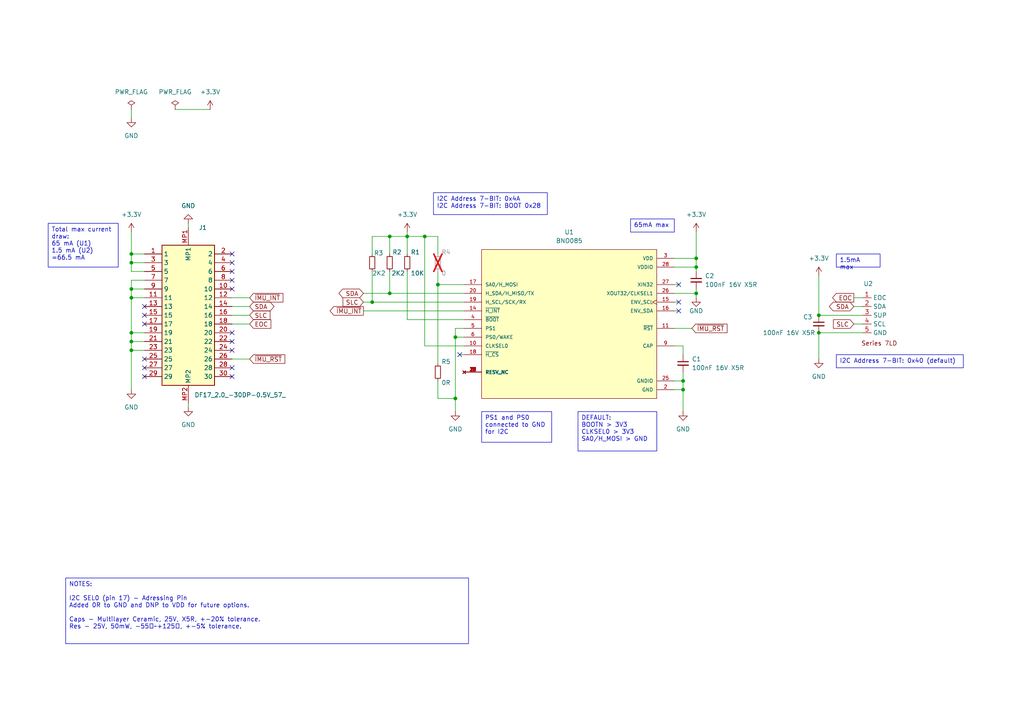
<source format=kicad_sch>
(kicad_sch
	(version 20231120)
	(generator "eeschema")
	(generator_version "8.0")
	(uuid "c530e1ef-f37f-40c5-b968-4df83f84c425")
	(paper "A4")
	(title_block
		(title "Bristlemouth Compatible Depth and IMU module")
		(date "2024-09-05")
		(rev "1.0")
		(company "Thomas Lawton")
	)
	(lib_symbols
		(symbol "DepthIMU:Series_7LD"
			(exclude_from_sim no)
			(in_bom yes)
			(on_board yes)
			(property "Reference" "U"
				(at -7.112 0 0)
				(effects
					(font
						(size 1.27 1.27)
					)
				)
			)
			(property "Value" ""
				(at 0 0 0)
				(effects
					(font
						(size 1.27 1.27)
					)
				)
			)
			(property "Footprint" ""
				(at 0 0 0)
				(effects
					(font
						(size 1.27 1.27)
					)
					(hide yes)
				)
			)
			(property "Datasheet" ""
				(at 0 0 0)
				(effects
					(font
						(size 1.27 1.27)
					)
					(hide yes)
				)
			)
			(property "Description" ""
				(at 0 0 0)
				(effects
					(font
						(size 1.27 1.27)
					)
					(hide yes)
				)
			)
			(symbol "Series_7LD_1_1"
				(text "Series 7LD"
					(at -2.794 -17.018 0)
					(effects
						(font
							(size 1.27 1.27)
						)
					)
				)
				(pin passive line
					(at -7.62 -3.81 0)
					(length 2.54)
					(name "EOC"
						(effects
							(font
								(size 1.27 1.27)
							)
						)
					)
					(number "1"
						(effects
							(font
								(size 1.27 1.27)
							)
						)
					)
				)
				(pin bidirectional line
					(at -7.62 -6.35 0)
					(length 2.54)
					(name "SDA"
						(effects
							(font
								(size 1.27 1.27)
							)
						)
					)
					(number "2"
						(effects
							(font
								(size 1.27 1.27)
							)
						)
					)
				)
				(pin power_in line
					(at -7.62 -8.89 0)
					(length 2.54)
					(name "SUP"
						(effects
							(font
								(size 1.27 1.27)
							)
						)
					)
					(number "3"
						(effects
							(font
								(size 1.27 1.27)
							)
						)
					)
				)
				(pin input line
					(at -7.62 -11.43 0)
					(length 2.54)
					(name "SCL"
						(effects
							(font
								(size 1.27 1.27)
							)
						)
					)
					(number "4"
						(effects
							(font
								(size 1.27 1.27)
							)
						)
					)
				)
				(pin passive line
					(at -7.62 -13.97 0)
					(length 2.54)
					(name "GND"
						(effects
							(font
								(size 1.27 1.27)
							)
						)
					)
					(number "5"
						(effects
							(font
								(size 1.27 1.27)
							)
						)
					)
				)
			)
		)
		(symbol "Device:C_Small"
			(pin_numbers hide)
			(pin_names
				(offset 0.254) hide)
			(exclude_from_sim no)
			(in_bom yes)
			(on_board yes)
			(property "Reference" "C"
				(at 0.254 1.778 0)
				(effects
					(font
						(size 1.27 1.27)
					)
					(justify left)
				)
			)
			(property "Value" "C_Small"
				(at 0.254 -2.032 0)
				(effects
					(font
						(size 1.27 1.27)
					)
					(justify left)
				)
			)
			(property "Footprint" ""
				(at 0 0 0)
				(effects
					(font
						(size 1.27 1.27)
					)
					(hide yes)
				)
			)
			(property "Datasheet" "~"
				(at 0 0 0)
				(effects
					(font
						(size 1.27 1.27)
					)
					(hide yes)
				)
			)
			(property "Description" "Unpolarized capacitor, small symbol"
				(at 0 0 0)
				(effects
					(font
						(size 1.27 1.27)
					)
					(hide yes)
				)
			)
			(property "ki_keywords" "capacitor cap"
				(at 0 0 0)
				(effects
					(font
						(size 1.27 1.27)
					)
					(hide yes)
				)
			)
			(property "ki_fp_filters" "C_*"
				(at 0 0 0)
				(effects
					(font
						(size 1.27 1.27)
					)
					(hide yes)
				)
			)
			(symbol "C_Small_0_1"
				(polyline
					(pts
						(xy -1.524 -0.508) (xy 1.524 -0.508)
					)
					(stroke
						(width 0.3302)
						(type default)
					)
					(fill
						(type none)
					)
				)
				(polyline
					(pts
						(xy -1.524 0.508) (xy 1.524 0.508)
					)
					(stroke
						(width 0.3048)
						(type default)
					)
					(fill
						(type none)
					)
				)
			)
			(symbol "C_Small_1_1"
				(pin passive line
					(at 0 2.54 270)
					(length 2.032)
					(name "~"
						(effects
							(font
								(size 1.27 1.27)
							)
						)
					)
					(number "1"
						(effects
							(font
								(size 1.27 1.27)
							)
						)
					)
				)
				(pin passive line
					(at 0 -2.54 90)
					(length 2.032)
					(name "~"
						(effects
							(font
								(size 1.27 1.27)
							)
						)
					)
					(number "2"
						(effects
							(font
								(size 1.27 1.27)
							)
						)
					)
				)
			)
		)
		(symbol "Device:R_Small"
			(pin_numbers hide)
			(pin_names
				(offset 0.254) hide)
			(exclude_from_sim no)
			(in_bom yes)
			(on_board yes)
			(property "Reference" "R"
				(at 0.762 0.508 0)
				(effects
					(font
						(size 1.27 1.27)
					)
					(justify left)
				)
			)
			(property "Value" "R_Small"
				(at 0.762 -1.016 0)
				(effects
					(font
						(size 1.27 1.27)
					)
					(justify left)
				)
			)
			(property "Footprint" ""
				(at 0 0 0)
				(effects
					(font
						(size 1.27 1.27)
					)
					(hide yes)
				)
			)
			(property "Datasheet" "~"
				(at 0 0 0)
				(effects
					(font
						(size 1.27 1.27)
					)
					(hide yes)
				)
			)
			(property "Description" "Resistor, small symbol"
				(at 0 0 0)
				(effects
					(font
						(size 1.27 1.27)
					)
					(hide yes)
				)
			)
			(property "ki_keywords" "R resistor"
				(at 0 0 0)
				(effects
					(font
						(size 1.27 1.27)
					)
					(hide yes)
				)
			)
			(property "ki_fp_filters" "R_*"
				(at 0 0 0)
				(effects
					(font
						(size 1.27 1.27)
					)
					(hide yes)
				)
			)
			(symbol "R_Small_0_1"
				(rectangle
					(start -0.762 1.778)
					(end 0.762 -1.778)
					(stroke
						(width 0.2032)
						(type default)
					)
					(fill
						(type none)
					)
				)
			)
			(symbol "R_Small_1_1"
				(pin passive line
					(at 0 2.54 270)
					(length 0.762)
					(name "~"
						(effects
							(font
								(size 1.27 1.27)
							)
						)
					)
					(number "1"
						(effects
							(font
								(size 1.27 1.27)
							)
						)
					)
				)
				(pin passive line
					(at 0 -2.54 90)
					(length 0.762)
					(name "~"
						(effects
							(font
								(size 1.27 1.27)
							)
						)
					)
					(number "2"
						(effects
							(font
								(size 1.27 1.27)
							)
						)
					)
				)
			)
		)
		(symbol "Hirose Connectors:DF17_2.0_-30DP-0.5V_57_"
			(exclude_from_sim no)
			(in_bom yes)
			(on_board yes)
			(property "Reference" "J"
				(at 46.99 12.7 0)
				(effects
					(font
						(size 1.27 1.27)
					)
					(justify left top)
				)
			)
			(property "Value" "DF17_2.0_-30DP-0.5V_57_"
				(at 46.99 10.16 0)
				(effects
					(font
						(size 1.27 1.27)
					)
					(justify left top)
				)
			)
			(property "Footprint" "DF172030DP05V57"
				(at 46.99 -89.84 0)
				(effects
					(font
						(size 1.27 1.27)
					)
					(justify left top)
					(hide yes)
				)
			)
			(property "Datasheet" "https://componentsearchengine.com/Datasheets/1/DF17(2.0)-30DP-0.5V(57).pdf"
				(at 46.99 -189.84 0)
				(effects
					(font
						(size 1.27 1.27)
					)
					(justify left top)
					(hide yes)
				)
			)
			(property "Description" "HIROSE(HRS) - DF17(2.0)-30DP-0.5V(57) - Stacking Board Connector, 5-6 mm Height, 30 Contacts, Header, 0.5 mm, Surface Mount, 2 Rows"
				(at 0 0 0)
				(effects
					(font
						(size 1.27 1.27)
					)
					(hide yes)
				)
			)
			(property "Height" "4.45"
				(at 46.99 -389.84 0)
				(effects
					(font
						(size 1.27 1.27)
					)
					(justify left top)
					(hide yes)
				)
			)
			(property "Mouser Part Number" "798-DF172030DP05V57"
				(at 46.99 -489.84 0)
				(effects
					(font
						(size 1.27 1.27)
					)
					(justify left top)
					(hide yes)
				)
			)
			(property "Mouser Price/Stock" "https://www.mouser.co.uk/ProductDetail/Hirose-Connector/DF172.0-30DP-0.5V57?qs=eDUdFcBPps0XhlFjnGr4XQ%3D%3D"
				(at 46.99 -589.84 0)
				(effects
					(font
						(size 1.27 1.27)
					)
					(justify left top)
					(hide yes)
				)
			)
			(property "Manufacturer_Name" "Hirose"
				(at 46.99 -689.84 0)
				(effects
					(font
						(size 1.27 1.27)
					)
					(justify left top)
					(hide yes)
				)
			)
			(property "Manufacturer_Part_Number" "DF17(2.0)-30DP-0.5V(57)"
				(at 46.99 -789.84 0)
				(effects
					(font
						(size 1.27 1.27)
					)
					(justify left top)
					(hide yes)
				)
			)
			(symbol "DF17_2.0_-30DP-0.5V_57__1_1"
				(rectangle
					(start 5.08 7.62)
					(end 45.72 -7.62)
					(stroke
						(width 0.254)
						(type default)
					)
					(fill
						(type background)
					)
				)
				(pin passive line
					(at 7.62 -12.7 90)
					(length 5.08)
					(name "1"
						(effects
							(font
								(size 1.27 1.27)
							)
						)
					)
					(number "1"
						(effects
							(font
								(size 1.27 1.27)
							)
						)
					)
				)
				(pin passive line
					(at 17.78 12.7 270)
					(length 5.08)
					(name "10"
						(effects
							(font
								(size 1.27 1.27)
							)
						)
					)
					(number "10"
						(effects
							(font
								(size 1.27 1.27)
							)
						)
					)
				)
				(pin passive line
					(at 20.32 -12.7 90)
					(length 5.08)
					(name "11"
						(effects
							(font
								(size 1.27 1.27)
							)
						)
					)
					(number "11"
						(effects
							(font
								(size 1.27 1.27)
							)
						)
					)
				)
				(pin passive line
					(at 20.32 12.7 270)
					(length 5.08)
					(name "12"
						(effects
							(font
								(size 1.27 1.27)
							)
						)
					)
					(number "12"
						(effects
							(font
								(size 1.27 1.27)
							)
						)
					)
				)
				(pin passive line
					(at 22.86 -12.7 90)
					(length 5.08)
					(name "13"
						(effects
							(font
								(size 1.27 1.27)
							)
						)
					)
					(number "13"
						(effects
							(font
								(size 1.27 1.27)
							)
						)
					)
				)
				(pin passive line
					(at 22.86 12.7 270)
					(length 5.08)
					(name "14"
						(effects
							(font
								(size 1.27 1.27)
							)
						)
					)
					(number "14"
						(effects
							(font
								(size 1.27 1.27)
							)
						)
					)
				)
				(pin passive line
					(at 25.4 -12.7 90)
					(length 5.08)
					(name "15"
						(effects
							(font
								(size 1.27 1.27)
							)
						)
					)
					(number "15"
						(effects
							(font
								(size 1.27 1.27)
							)
						)
					)
				)
				(pin passive line
					(at 25.4 12.7 270)
					(length 5.08)
					(name "16"
						(effects
							(font
								(size 1.27 1.27)
							)
						)
					)
					(number "16"
						(effects
							(font
								(size 1.27 1.27)
							)
						)
					)
				)
				(pin passive line
					(at 27.94 -12.7 90)
					(length 5.08)
					(name "17"
						(effects
							(font
								(size 1.27 1.27)
							)
						)
					)
					(number "17"
						(effects
							(font
								(size 1.27 1.27)
							)
						)
					)
				)
				(pin passive line
					(at 27.94 12.7 270)
					(length 5.08)
					(name "18"
						(effects
							(font
								(size 1.27 1.27)
							)
						)
					)
					(number "18"
						(effects
							(font
								(size 1.27 1.27)
							)
						)
					)
				)
				(pin passive line
					(at 30.48 -12.7 90)
					(length 5.08)
					(name "19"
						(effects
							(font
								(size 1.27 1.27)
							)
						)
					)
					(number "19"
						(effects
							(font
								(size 1.27 1.27)
							)
						)
					)
				)
				(pin passive line
					(at 7.62 12.7 270)
					(length 5.08)
					(name "2"
						(effects
							(font
								(size 1.27 1.27)
							)
						)
					)
					(number "2"
						(effects
							(font
								(size 1.27 1.27)
							)
						)
					)
				)
				(pin passive line
					(at 30.48 12.7 270)
					(length 5.08)
					(name "20"
						(effects
							(font
								(size 1.27 1.27)
							)
						)
					)
					(number "20"
						(effects
							(font
								(size 1.27 1.27)
							)
						)
					)
				)
				(pin passive line
					(at 33.02 -12.7 90)
					(length 5.08)
					(name "21"
						(effects
							(font
								(size 1.27 1.27)
							)
						)
					)
					(number "21"
						(effects
							(font
								(size 1.27 1.27)
							)
						)
					)
				)
				(pin passive line
					(at 33.02 12.7 270)
					(length 5.08)
					(name "22"
						(effects
							(font
								(size 1.27 1.27)
							)
						)
					)
					(number "22"
						(effects
							(font
								(size 1.27 1.27)
							)
						)
					)
				)
				(pin passive line
					(at 35.56 -12.7 90)
					(length 5.08)
					(name "23"
						(effects
							(font
								(size 1.27 1.27)
							)
						)
					)
					(number "23"
						(effects
							(font
								(size 1.27 1.27)
							)
						)
					)
				)
				(pin passive line
					(at 35.56 12.7 270)
					(length 5.08)
					(name "24"
						(effects
							(font
								(size 1.27 1.27)
							)
						)
					)
					(number "24"
						(effects
							(font
								(size 1.27 1.27)
							)
						)
					)
				)
				(pin passive line
					(at 38.1 -12.7 90)
					(length 5.08)
					(name "25"
						(effects
							(font
								(size 1.27 1.27)
							)
						)
					)
					(number "25"
						(effects
							(font
								(size 1.27 1.27)
							)
						)
					)
				)
				(pin passive line
					(at 38.1 12.7 270)
					(length 5.08)
					(name "26"
						(effects
							(font
								(size 1.27 1.27)
							)
						)
					)
					(number "26"
						(effects
							(font
								(size 1.27 1.27)
							)
						)
					)
				)
				(pin passive line
					(at 40.64 -12.7 90)
					(length 5.08)
					(name "27"
						(effects
							(font
								(size 1.27 1.27)
							)
						)
					)
					(number "27"
						(effects
							(font
								(size 1.27 1.27)
							)
						)
					)
				)
				(pin passive line
					(at 40.64 12.7 270)
					(length 5.08)
					(name "28"
						(effects
							(font
								(size 1.27 1.27)
							)
						)
					)
					(number "28"
						(effects
							(font
								(size 1.27 1.27)
							)
						)
					)
				)
				(pin passive line
					(at 43.18 -12.7 90)
					(length 5.08)
					(name "29"
						(effects
							(font
								(size 1.27 1.27)
							)
						)
					)
					(number "29"
						(effects
							(font
								(size 1.27 1.27)
							)
						)
					)
				)
				(pin passive line
					(at 10.16 -12.7 90)
					(length 5.08)
					(name "3"
						(effects
							(font
								(size 1.27 1.27)
							)
						)
					)
					(number "3"
						(effects
							(font
								(size 1.27 1.27)
							)
						)
					)
				)
				(pin passive line
					(at 43.18 12.7 270)
					(length 5.08)
					(name "30"
						(effects
							(font
								(size 1.27 1.27)
							)
						)
					)
					(number "30"
						(effects
							(font
								(size 1.27 1.27)
							)
						)
					)
				)
				(pin passive line
					(at 10.16 12.7 270)
					(length 5.08)
					(name "4"
						(effects
							(font
								(size 1.27 1.27)
							)
						)
					)
					(number "4"
						(effects
							(font
								(size 1.27 1.27)
							)
						)
					)
				)
				(pin passive line
					(at 12.7 -12.7 90)
					(length 5.08)
					(name "5"
						(effects
							(font
								(size 1.27 1.27)
							)
						)
					)
					(number "5"
						(effects
							(font
								(size 1.27 1.27)
							)
						)
					)
				)
				(pin passive line
					(at 12.7 12.7 270)
					(length 5.08)
					(name "6"
						(effects
							(font
								(size 1.27 1.27)
							)
						)
					)
					(number "6"
						(effects
							(font
								(size 1.27 1.27)
							)
						)
					)
				)
				(pin passive line
					(at 15.24 -12.7 90)
					(length 5.08)
					(name "7"
						(effects
							(font
								(size 1.27 1.27)
							)
						)
					)
					(number "7"
						(effects
							(font
								(size 1.27 1.27)
							)
						)
					)
				)
				(pin passive line
					(at 15.24 12.7 270)
					(length 5.08)
					(name "8"
						(effects
							(font
								(size 1.27 1.27)
							)
						)
					)
					(number "8"
						(effects
							(font
								(size 1.27 1.27)
							)
						)
					)
				)
				(pin passive line
					(at 17.78 -12.7 90)
					(length 5.08)
					(name "9"
						(effects
							(font
								(size 1.27 1.27)
							)
						)
					)
					(number "9"
						(effects
							(font
								(size 1.27 1.27)
							)
						)
					)
				)
				(pin passive line
					(at 0 0 0)
					(length 5.08)
					(name "MP1"
						(effects
							(font
								(size 1.27 1.27)
							)
						)
					)
					(number "MP1"
						(effects
							(font
								(size 1.27 1.27)
							)
						)
					)
				)
				(pin passive line
					(at 50.8 0 180)
					(length 5.08)
					(name "MP2"
						(effects
							(font
								(size 1.27 1.27)
							)
						)
					)
					(number "MP2"
						(effects
							(font
								(size 1.27 1.27)
							)
						)
					)
				)
			)
		)
		(symbol "Sensor Motion BNO085:BNO085"
			(pin_names
				(offset 1.016)
			)
			(exclude_from_sim no)
			(in_bom yes)
			(on_board yes)
			(property "Reference" "U1"
				(at 0 25.4 0)
				(effects
					(font
						(size 1.27 1.27)
					)
				)
			)
			(property "Value" "BNO085"
				(at 0 22.86 0)
				(effects
					(font
						(size 1.27 1.27)
					)
				)
			)
			(property "Footprint" "Sensor Motion BNO085:IC_BNO085"
				(at 0 0 0)
				(effects
					(font
						(size 1.27 1.27)
					)
					(justify bottom)
					(hide yes)
				)
			)
			(property "Datasheet" ""
				(at 0 0 0)
				(effects
					(font
						(size 1.27 1.27)
					)
					(hide yes)
				)
			)
			(property "Description" ""
				(at 0 0 0)
				(effects
					(font
						(size 1.27 1.27)
					)
					(hide yes)
				)
			)
			(property "MF" "Hillcrest Laboratories,"
				(at 0 0 0)
				(effects
					(font
						(size 1.27 1.27)
					)
					(justify bottom)
					(hide yes)
				)
			)
			(property "MAXIMUM_PACKAGE_HEIGHT" "1.18mm"
				(at 0 0 0)
				(effects
					(font
						(size 1.27 1.27)
					)
					(justify bottom)
					(hide yes)
				)
			)
			(property "Package" "TFLGA-28 Hillcrest Laboratories"
				(at 0 0 0)
				(effects
					(font
						(size 1.27 1.27)
					)
					(justify bottom)
					(hide yes)
				)
			)
			(property "Price" "None"
				(at 0 0 0)
				(effects
					(font
						(size 1.27 1.27)
					)
					(justify bottom)
					(hide yes)
				)
			)
			(property "Check_prices" "https://www.snapeda.com/parts/BNO085/Hillcrest+Laboratories%252C+Inc./view-part/?ref=eda"
				(at 0 0 0)
				(effects
					(font
						(size 1.27 1.27)
					)
					(justify bottom)
					(hide yes)
				)
			)
			(property "STANDARD" "Manufacturer Recommendations"
				(at 0 0 0)
				(effects
					(font
						(size 1.27 1.27)
					)
					(justify bottom)
					(hide yes)
				)
			)
			(property "PARTREV" "v1.17"
				(at 0 0 0)
				(effects
					(font
						(size 1.27 1.27)
					)
					(justify bottom)
					(hide yes)
				)
			)
			(property "SnapEDA_Link" "https://www.snapeda.com/parts/BNO085/Hillcrest+Laboratories%252C+Inc./view-part/?ref=snap"
				(at 0 0 0)
				(effects
					(font
						(size 1.27 1.27)
					)
					(justify bottom)
					(hide yes)
				)
			)
			(property "MP" "BNO085"
				(at 0 0 0)
				(effects
					(font
						(size 1.27 1.27)
					)
					(justify bottom)
					(hide yes)
				)
			)
			(property "Description_1" "\nAccelerometer, Gyroscope, Magnetometer, 9 Axis Sensor I²C, SPI, UART Output\n"
				(at 0 0 0)
				(effects
					(font
						(size 1.27 1.27)
					)
					(justify bottom)
					(hide yes)
				)
			)
			(property "Availability" "Not in stock"
				(at 0 0 0)
				(effects
					(font
						(size 1.27 1.27)
					)
					(justify bottom)
					(hide yes)
				)
			)
			(property "MANUFACTURER" "Hillcrest Laboratories, Inc."
				(at 0 0 0)
				(effects
					(font
						(size 1.27 1.27)
					)
					(justify bottom)
					(hide yes)
				)
			)
			(symbol "BNO085_0_0"
				(rectangle
					(start -25.4 -22.86)
					(end 25.4 20.32)
					(stroke
						(width 0.1524)
						(type default)
					)
					(fill
						(type background)
					)
				)
				(pin no_connect line
					(at -30.48 -15.24 0)
					(length 5.08)
					(name "RESV_NC"
						(effects
							(font
								(size 1.016 1.016)
							)
						)
					)
					(number "1"
						(effects
							(font
								(size 1.016 1.016)
							)
						)
					)
				)
				(pin input line
					(at -30.48 -7.62 0)
					(length 5.08)
					(name "CLKSEL0"
						(effects
							(font
								(size 1.016 1.016)
							)
						)
					)
					(number "10"
						(effects
							(font
								(size 1.016 1.016)
							)
						)
					)
				)
				(pin input line
					(at 30.48 -2.54 180)
					(length 5.08)
					(name "~{RST}"
						(effects
							(font
								(size 1.016 1.016)
							)
						)
					)
					(number "11"
						(effects
							(font
								(size 1.016 1.016)
							)
						)
					)
				)
				(pin no_connect line
					(at -30.48 -15.24 0)
					(length 5.08)
					(name "RESV_NC"
						(effects
							(font
								(size 1.016 1.016)
							)
						)
					)
					(number "12"
						(effects
							(font
								(size 1.016 1.016)
							)
						)
					)
				)
				(pin no_connect line
					(at -30.48 -15.24 0)
					(length 5.08)
					(name "RESV_NC"
						(effects
							(font
								(size 1.016 1.016)
							)
						)
					)
					(number "13"
						(effects
							(font
								(size 1.016 1.016)
							)
						)
					)
				)
				(pin output line
					(at -30.48 2.54 0)
					(length 5.08)
					(name "~{H_INT}"
						(effects
							(font
								(size 1.016 1.016)
							)
						)
					)
					(number "14"
						(effects
							(font
								(size 1.016 1.016)
							)
						)
					)
				)
				(pin bidirectional clock
					(at 30.48 5.08 180)
					(length 5.08)
					(name "ENV_SCL"
						(effects
							(font
								(size 1.016 1.016)
							)
						)
					)
					(number "15"
						(effects
							(font
								(size 1.016 1.016)
							)
						)
					)
				)
				(pin bidirectional line
					(at 30.48 2.54 180)
					(length 5.08)
					(name "ENV_SDA"
						(effects
							(font
								(size 1.016 1.016)
							)
						)
					)
					(number "16"
						(effects
							(font
								(size 1.016 1.016)
							)
						)
					)
				)
				(pin input line
					(at -30.48 10.16 0)
					(length 5.08)
					(name "SA0/H_MOSI"
						(effects
							(font
								(size 1.016 1.016)
							)
						)
					)
					(number "17"
						(effects
							(font
								(size 1.016 1.016)
							)
						)
					)
				)
				(pin input line
					(at -30.48 -10.16 0)
					(length 5.08)
					(name "~{H_CS}"
						(effects
							(font
								(size 1.016 1.016)
							)
						)
					)
					(number "18"
						(effects
							(font
								(size 1.016 1.016)
							)
						)
					)
				)
				(pin bidirectional line
					(at -30.48 5.08 0)
					(length 5.08)
					(name "H_SCL/SCK/RX"
						(effects
							(font
								(size 1.016 1.016)
							)
						)
					)
					(number "19"
						(effects
							(font
								(size 1.016 1.016)
							)
						)
					)
				)
				(pin power_in line
					(at 30.48 -20.32 180)
					(length 5.08)
					(name "GND"
						(effects
							(font
								(size 1.016 1.016)
							)
						)
					)
					(number "2"
						(effects
							(font
								(size 1.016 1.016)
							)
						)
					)
				)
				(pin bidirectional line
					(at -30.48 7.62 0)
					(length 5.08)
					(name "H_SDA/H_MISO/TX"
						(effects
							(font
								(size 1.016 1.016)
							)
						)
					)
					(number "20"
						(effects
							(font
								(size 1.016 1.016)
							)
						)
					)
				)
				(pin no_connect line
					(at -30.48 -15.24 0)
					(length 5.08)
					(name "RESV_NC"
						(effects
							(font
								(size 1.016 1.016)
							)
						)
					)
					(number "21"
						(effects
							(font
								(size 1.016 1.016)
							)
						)
					)
				)
				(pin no_connect line
					(at -30.48 -15.24 0)
					(length 5.08)
					(name "RESV_NC"
						(effects
							(font
								(size 1.016 1.016)
							)
						)
					)
					(number "22"
						(effects
							(font
								(size 1.016 1.016)
							)
						)
					)
				)
				(pin no_connect line
					(at -30.48 -15.24 0)
					(length 5.08)
					(name "RESV_NC"
						(effects
							(font
								(size 1.016 1.016)
							)
						)
					)
					(number "23"
						(effects
							(font
								(size 1.016 1.016)
							)
						)
					)
				)
				(pin no_connect line
					(at -30.48 -15.24 0)
					(length 5.08)
					(name "RESV_NC"
						(effects
							(font
								(size 1.016 1.016)
							)
						)
					)
					(number "24"
						(effects
							(font
								(size 1.016 1.016)
							)
						)
					)
				)
				(pin power_in line
					(at 30.48 -17.78 180)
					(length 5.08)
					(name "GNDIO"
						(effects
							(font
								(size 1.016 1.016)
							)
						)
					)
					(number "25"
						(effects
							(font
								(size 1.016 1.016)
							)
						)
					)
				)
				(pin passive line
					(at 30.48 7.62 180)
					(length 5.08)
					(name "XOUT32/CLKSEL1"
						(effects
							(font
								(size 1.016 1.016)
							)
						)
					)
					(number "26"
						(effects
							(font
								(size 1.016 1.016)
							)
						)
					)
				)
				(pin input line
					(at 30.48 10.16 180)
					(length 5.08)
					(name "XIN32"
						(effects
							(font
								(size 1.016 1.016)
							)
						)
					)
					(number "27"
						(effects
							(font
								(size 1.016 1.016)
							)
						)
					)
				)
				(pin power_in line
					(at 30.48 15.24 180)
					(length 5.08)
					(name "VDDIO"
						(effects
							(font
								(size 1.016 1.016)
							)
						)
					)
					(number "28"
						(effects
							(font
								(size 1.016 1.016)
							)
						)
					)
				)
				(pin power_in line
					(at 30.48 17.78 180)
					(length 5.08)
					(name "VDD"
						(effects
							(font
								(size 1.016 1.016)
							)
						)
					)
					(number "3"
						(effects
							(font
								(size 1.016 1.016)
							)
						)
					)
				)
				(pin input line
					(at -30.48 0 0)
					(length 5.08)
					(name "~{BOOT}"
						(effects
							(font
								(size 1.016 1.016)
							)
						)
					)
					(number "4"
						(effects
							(font
								(size 1.016 1.016)
							)
						)
					)
				)
				(pin input line
					(at -30.48 -2.54 0)
					(length 5.08)
					(name "PS1"
						(effects
							(font
								(size 1.016 1.016)
							)
						)
					)
					(number "5"
						(effects
							(font
								(size 1.016 1.016)
							)
						)
					)
				)
				(pin input line
					(at -30.48 -5.08 0)
					(length 5.08)
					(name "PS0/WAKE"
						(effects
							(font
								(size 1.016 1.016)
							)
						)
					)
					(number "6"
						(effects
							(font
								(size 1.016 1.016)
							)
						)
					)
				)
				(pin no_connect line
					(at -30.48 -15.24 0)
					(length 5.08)
					(name "RESV_NC"
						(effects
							(font
								(size 1.016 1.016)
							)
						)
					)
					(number "7"
						(effects
							(font
								(size 1.016 1.016)
							)
						)
					)
				)
				(pin no_connect line
					(at -30.48 -15.24 0)
					(length 5.08)
					(name "RESV_NC"
						(effects
							(font
								(size 1.016 1.016)
							)
						)
					)
					(number "8"
						(effects
							(font
								(size 1.016 1.016)
							)
						)
					)
				)
				(pin passive line
					(at 30.48 -7.62 180)
					(length 5.08)
					(name "CAP"
						(effects
							(font
								(size 1.016 1.016)
							)
						)
					)
					(number "9"
						(effects
							(font
								(size 1.016 1.016)
							)
						)
					)
				)
			)
		)
		(symbol "power:+3.3V"
			(power)
			(pin_numbers hide)
			(pin_names
				(offset 0) hide)
			(exclude_from_sim no)
			(in_bom yes)
			(on_board yes)
			(property "Reference" "#PWR"
				(at 0 -3.81 0)
				(effects
					(font
						(size 1.27 1.27)
					)
					(hide yes)
				)
			)
			(property "Value" "+3.3V"
				(at 0 3.556 0)
				(effects
					(font
						(size 1.27 1.27)
					)
				)
			)
			(property "Footprint" ""
				(at 0 0 0)
				(effects
					(font
						(size 1.27 1.27)
					)
					(hide yes)
				)
			)
			(property "Datasheet" ""
				(at 0 0 0)
				(effects
					(font
						(size 1.27 1.27)
					)
					(hide yes)
				)
			)
			(property "Description" "Power symbol creates a global label with name \"+3.3V\""
				(at 0 0 0)
				(effects
					(font
						(size 1.27 1.27)
					)
					(hide yes)
				)
			)
			(property "ki_keywords" "global power"
				(at 0 0 0)
				(effects
					(font
						(size 1.27 1.27)
					)
					(hide yes)
				)
			)
			(symbol "+3.3V_0_1"
				(polyline
					(pts
						(xy -0.762 1.27) (xy 0 2.54)
					)
					(stroke
						(width 0)
						(type default)
					)
					(fill
						(type none)
					)
				)
				(polyline
					(pts
						(xy 0 0) (xy 0 2.54)
					)
					(stroke
						(width 0)
						(type default)
					)
					(fill
						(type none)
					)
				)
				(polyline
					(pts
						(xy 0 2.54) (xy 0.762 1.27)
					)
					(stroke
						(width 0)
						(type default)
					)
					(fill
						(type none)
					)
				)
			)
			(symbol "+3.3V_1_1"
				(pin power_in line
					(at 0 0 90)
					(length 0)
					(name "~"
						(effects
							(font
								(size 1.27 1.27)
							)
						)
					)
					(number "1"
						(effects
							(font
								(size 1.27 1.27)
							)
						)
					)
				)
			)
		)
		(symbol "power:GND"
			(power)
			(pin_numbers hide)
			(pin_names
				(offset 0) hide)
			(exclude_from_sim no)
			(in_bom yes)
			(on_board yes)
			(property "Reference" "#PWR"
				(at 0 -6.35 0)
				(effects
					(font
						(size 1.27 1.27)
					)
					(hide yes)
				)
			)
			(property "Value" "GND"
				(at 0 -3.81 0)
				(effects
					(font
						(size 1.27 1.27)
					)
				)
			)
			(property "Footprint" ""
				(at 0 0 0)
				(effects
					(font
						(size 1.27 1.27)
					)
					(hide yes)
				)
			)
			(property "Datasheet" ""
				(at 0 0 0)
				(effects
					(font
						(size 1.27 1.27)
					)
					(hide yes)
				)
			)
			(property "Description" "Power symbol creates a global label with name \"GND\" , ground"
				(at 0 0 0)
				(effects
					(font
						(size 1.27 1.27)
					)
					(hide yes)
				)
			)
			(property "ki_keywords" "global power"
				(at 0 0 0)
				(effects
					(font
						(size 1.27 1.27)
					)
					(hide yes)
				)
			)
			(symbol "GND_0_1"
				(polyline
					(pts
						(xy 0 0) (xy 0 -1.27) (xy 1.27 -1.27) (xy 0 -2.54) (xy -1.27 -1.27) (xy 0 -1.27)
					)
					(stroke
						(width 0)
						(type default)
					)
					(fill
						(type none)
					)
				)
			)
			(symbol "GND_1_1"
				(pin power_in line
					(at 0 0 270)
					(length 0)
					(name "~"
						(effects
							(font
								(size 1.27 1.27)
							)
						)
					)
					(number "1"
						(effects
							(font
								(size 1.27 1.27)
							)
						)
					)
				)
			)
		)
		(symbol "power:PWR_FLAG"
			(power)
			(pin_numbers hide)
			(pin_names
				(offset 0) hide)
			(exclude_from_sim no)
			(in_bom yes)
			(on_board yes)
			(property "Reference" "#FLG"
				(at 0 1.905 0)
				(effects
					(font
						(size 1.27 1.27)
					)
					(hide yes)
				)
			)
			(property "Value" "PWR_FLAG"
				(at 0 3.81 0)
				(effects
					(font
						(size 1.27 1.27)
					)
				)
			)
			(property "Footprint" ""
				(at 0 0 0)
				(effects
					(font
						(size 1.27 1.27)
					)
					(hide yes)
				)
			)
			(property "Datasheet" "~"
				(at 0 0 0)
				(effects
					(font
						(size 1.27 1.27)
					)
					(hide yes)
				)
			)
			(property "Description" "Special symbol for telling ERC where power comes from"
				(at 0 0 0)
				(effects
					(font
						(size 1.27 1.27)
					)
					(hide yes)
				)
			)
			(property "ki_keywords" "flag power"
				(at 0 0 0)
				(effects
					(font
						(size 1.27 1.27)
					)
					(hide yes)
				)
			)
			(symbol "PWR_FLAG_0_0"
				(pin power_out line
					(at 0 0 90)
					(length 0)
					(name "~"
						(effects
							(font
								(size 1.27 1.27)
							)
						)
					)
					(number "1"
						(effects
							(font
								(size 1.27 1.27)
							)
						)
					)
				)
			)
			(symbol "PWR_FLAG_0_1"
				(polyline
					(pts
						(xy 0 0) (xy 0 1.27) (xy -1.016 1.905) (xy 0 2.54) (xy 1.016 1.905) (xy 0 1.27)
					)
					(stroke
						(width 0)
						(type default)
					)
					(fill
						(type none)
					)
				)
			)
		)
	)
	(junction
		(at 107.95 87.63)
		(diameter 0)
		(color 0 0 0 0)
		(uuid "00709925-f367-4b62-8ece-bdf3aa0e015a")
	)
	(junction
		(at 38.1 76.2)
		(diameter 0)
		(color 0 0 0 0)
		(uuid "065e0685-1a86-43c8-81ae-46dee2bb3083")
	)
	(junction
		(at 127 82.55)
		(diameter 0)
		(color 0 0 0 0)
		(uuid "090ce7a7-2f4b-4810-81ee-fe439c58d77d")
	)
	(junction
		(at 38.1 73.66)
		(diameter 0)
		(color 0 0 0 0)
		(uuid "1513e7eb-3ce0-45f3-b49e-5ba1a8268069")
	)
	(junction
		(at 38.1 99.06)
		(diameter 0)
		(color 0 0 0 0)
		(uuid "25cbf83c-172c-4761-9739-fcdb279ab2e7")
	)
	(junction
		(at 113.03 85.09)
		(diameter 0)
		(color 0 0 0 0)
		(uuid "2a35a758-f48b-476f-96e0-0640d6e5c863")
	)
	(junction
		(at 237.49 91.44)
		(diameter 0)
		(color 0 0 0 0)
		(uuid "30d30424-3125-4e9c-876f-67144e0279cd")
	)
	(junction
		(at 118.11 68.58)
		(diameter 0)
		(color 0 0 0 0)
		(uuid "3a4b81b4-d361-4dd8-a7ca-fa1e54fdb89d")
	)
	(junction
		(at 132.08 97.79)
		(diameter 0)
		(color 0 0 0 0)
		(uuid "4052cef2-623a-4fca-b61b-27a8df15a27b")
	)
	(junction
		(at 198.12 110.49)
		(diameter 0)
		(color 0 0 0 0)
		(uuid "55667f9d-0b9a-4b77-b26a-851504bbecbb")
	)
	(junction
		(at 201.93 85.09)
		(diameter 0)
		(color 0 0 0 0)
		(uuid "58923e27-7250-40b2-9b72-1542b29f25d4")
	)
	(junction
		(at 201.93 74.93)
		(diameter 0)
		(color 0 0 0 0)
		(uuid "6184b459-c162-4612-9312-b01c7541658b")
	)
	(junction
		(at 123.19 68.58)
		(diameter 0)
		(color 0 0 0 0)
		(uuid "62f82c03-d033-420e-a91a-cef109b516b6")
	)
	(junction
		(at 38.1 96.52)
		(diameter 0)
		(color 0 0 0 0)
		(uuid "671b2d89-52f5-4ef9-8c98-02fae7305df3")
	)
	(junction
		(at 38.1 86.36)
		(diameter 0)
		(color 0 0 0 0)
		(uuid "7c6e1565-062d-40ff-8baf-81db7ddba966")
	)
	(junction
		(at 38.1 83.82)
		(diameter 0)
		(color 0 0 0 0)
		(uuid "992f1306-308b-4f2c-94bb-9df4989844a1")
	)
	(junction
		(at 237.49 96.52)
		(diameter 0)
		(color 0 0 0 0)
		(uuid "9e5f1f02-da84-42a4-b380-100414bef663")
	)
	(junction
		(at 201.93 77.47)
		(diameter 0)
		(color 0 0 0 0)
		(uuid "9f1d16ef-c6bf-45a6-8da4-ee66187c934f")
	)
	(junction
		(at 198.12 113.03)
		(diameter 0)
		(color 0 0 0 0)
		(uuid "aaefddfa-b163-4978-9f29-2ab1b3ef8e77")
	)
	(junction
		(at 113.03 68.58)
		(diameter 0)
		(color 0 0 0 0)
		(uuid "b43e2f10-8deb-4c38-b256-c559ae9e91c0")
	)
	(junction
		(at 38.1 101.6)
		(diameter 0)
		(color 0 0 0 0)
		(uuid "da4c3388-3380-4bef-acd2-40fe0aa2caab")
	)
	(junction
		(at 132.08 115.57)
		(diameter 0)
		(color 0 0 0 0)
		(uuid "dcda0901-3075-4c91-8d05-408b9f9048be")
	)
	(no_connect
		(at 67.31 109.22)
		(uuid "01956cfd-bf5b-4535-a8c9-cba1f16871a0")
	)
	(no_connect
		(at 67.31 76.2)
		(uuid "15cfc34f-bed3-49f3-a224-51e4ca73b026")
	)
	(no_connect
		(at 41.91 104.14)
		(uuid "1dd7c0bb-299a-4fad-83cd-f9cb1d1ccacd")
	)
	(no_connect
		(at 41.91 109.22)
		(uuid "38b1dd0e-f72a-4a1f-a741-39a46ce771b2")
	)
	(no_connect
		(at 67.31 81.28)
		(uuid "3c1e011c-6087-4c60-860f-5de608f314a1")
	)
	(no_connect
		(at 67.31 99.06)
		(uuid "5440dddc-a07f-48ff-8b61-3a604f3826f9")
	)
	(no_connect
		(at 67.31 101.6)
		(uuid "6006930d-2e11-480c-854c-bb4d333161cd")
	)
	(no_connect
		(at 196.85 90.17)
		(uuid "6760b148-2935-4c92-92ce-38dd812add59")
	)
	(no_connect
		(at 41.91 106.68)
		(uuid "7d4e81f9-fb1d-4310-987c-0242009dbf21")
	)
	(no_connect
		(at 133.35 102.87)
		(uuid "9d2d63e5-7c3a-4b59-8039-cc9ee5155e6c")
	)
	(no_connect
		(at 67.31 73.66)
		(uuid "9dc46607-1489-4b12-92ea-9b0c0cfd6e18")
	)
	(no_connect
		(at 41.91 93.98)
		(uuid "a6eb9d5d-a8f3-4197-8fb6-3024914d784b")
	)
	(no_connect
		(at 67.31 83.82)
		(uuid "a9d544cb-76b8-4bdc-aacc-06fd610b7532")
	)
	(no_connect
		(at 41.91 88.9)
		(uuid "d4527f0c-2ea3-4193-a12e-ac9e9f3bb7db")
	)
	(no_connect
		(at 67.31 96.52)
		(uuid "db711d2f-3cbf-492a-a0b7-5e4ab42a1c58")
	)
	(no_connect
		(at 67.31 78.74)
		(uuid "dc802a21-d229-4341-9f42-70d831ccb387")
	)
	(no_connect
		(at 196.85 82.55)
		(uuid "e679198b-341f-44e0-8e9f-4575bf0b9974")
	)
	(no_connect
		(at 196.85 87.63)
		(uuid "fb0c24a8-6e9b-4ae1-84bb-cd1d83dacf51")
	)
	(no_connect
		(at 41.91 91.44)
		(uuid "fb18656d-ef63-40eb-b650-92ce5d3a13e9")
	)
	(no_connect
		(at 67.31 106.68)
		(uuid "ff85d193-2669-4520-b643-10a9ed37fcd6")
	)
	(wire
		(pts
			(xy 41.91 99.06) (xy 38.1 99.06)
		)
		(stroke
			(width 0)
			(type default)
		)
		(uuid "01e7ad91-3279-4dcc-8b9c-5ecc3c06c9a4")
	)
	(wire
		(pts
			(xy 127 82.55) (xy 127 105.41)
		)
		(stroke
			(width 0)
			(type default)
		)
		(uuid "05928df0-5c07-471a-b148-bec9bd8c8ead")
	)
	(wire
		(pts
			(xy 67.31 104.14) (xy 72.39 104.14)
		)
		(stroke
			(width 0)
			(type default)
		)
		(uuid "09f5bdc0-1c3e-4240-83af-4eb1da65bf7d")
	)
	(wire
		(pts
			(xy 38.1 83.82) (xy 38.1 86.36)
		)
		(stroke
			(width 0)
			(type default)
		)
		(uuid "0c0a5986-c17d-45a8-9789-6d766d031040")
	)
	(wire
		(pts
			(xy 132.08 115.57) (xy 132.08 119.38)
		)
		(stroke
			(width 0)
			(type default)
		)
		(uuid "0d379f9a-29e7-4c4d-b180-52f3b88c2c0a")
	)
	(wire
		(pts
			(xy 201.93 85.09) (xy 201.93 86.36)
		)
		(stroke
			(width 0)
			(type default)
		)
		(uuid "118c475b-728d-4a34-bee6-6c491f2ac01c")
	)
	(wire
		(pts
			(xy 113.03 68.58) (xy 118.11 68.58)
		)
		(stroke
			(width 0)
			(type default)
		)
		(uuid "11a68b72-cc2d-4f3a-8d2d-363d0504f73d")
	)
	(wire
		(pts
			(xy 201.93 77.47) (xy 201.93 78.74)
		)
		(stroke
			(width 0)
			(type default)
		)
		(uuid "14d32a82-f2cb-46ba-914d-54d50a0288c1")
	)
	(wire
		(pts
			(xy 134.62 92.71) (xy 118.11 92.71)
		)
		(stroke
			(width 0)
			(type default)
		)
		(uuid "17755afe-c626-4fdb-8e8f-20cd0a7028e1")
	)
	(wire
		(pts
			(xy 133.35 102.87) (xy 134.62 102.87)
		)
		(stroke
			(width 0)
			(type default)
		)
		(uuid "1abb2e7b-0bb9-4118-8e72-79c45adb8cfb")
	)
	(wire
		(pts
			(xy 50.8 31.75) (xy 60.96 31.75)
		)
		(stroke
			(width 0)
			(type default)
		)
		(uuid "1e3c3bcb-1011-4ab3-b029-cdaaa9bbf530")
	)
	(wire
		(pts
			(xy 41.91 76.2) (xy 38.1 76.2)
		)
		(stroke
			(width 0)
			(type default)
		)
		(uuid "2675f759-238c-4296-bcc1-21a99af7e2bc")
	)
	(wire
		(pts
			(xy 195.58 110.49) (xy 198.12 110.49)
		)
		(stroke
			(width 0)
			(type default)
		)
		(uuid "2acf494d-0d3e-426f-9d9c-7e81614adae6")
	)
	(wire
		(pts
			(xy 247.65 93.98) (xy 250.19 93.98)
		)
		(stroke
			(width 0)
			(type default)
		)
		(uuid "2ece0dc6-b100-4f48-afd5-cb787f1dfac0")
	)
	(wire
		(pts
			(xy 107.95 68.58) (xy 107.95 73.66)
		)
		(stroke
			(width 0)
			(type default)
		)
		(uuid "2f0240e4-7494-46a9-adc7-b4abf535bf5a")
	)
	(wire
		(pts
			(xy 198.12 100.33) (xy 198.12 102.87)
		)
		(stroke
			(width 0)
			(type default)
		)
		(uuid "34221a83-cbc2-4336-ba17-32229b204685")
	)
	(wire
		(pts
			(xy 195.58 100.33) (xy 198.12 100.33)
		)
		(stroke
			(width 0)
			(type default)
		)
		(uuid "3465d79a-e326-4308-982e-abfe083cf481")
	)
	(wire
		(pts
			(xy 38.1 67.31) (xy 38.1 73.66)
		)
		(stroke
			(width 0)
			(type default)
		)
		(uuid "36ca8f38-48b6-4f5d-8c59-93cae31be327")
	)
	(wire
		(pts
			(xy 107.95 87.63) (xy 134.62 87.63)
		)
		(stroke
			(width 0)
			(type default)
		)
		(uuid "3ccec14c-4c5e-47a1-8c9c-22a3a975bc8e")
	)
	(wire
		(pts
			(xy 127 73.66) (xy 127 68.58)
		)
		(stroke
			(width 0)
			(type default)
		)
		(uuid "3e5fe596-be5b-43ac-a75d-c768263909a6")
	)
	(wire
		(pts
			(xy 107.95 68.58) (xy 113.03 68.58)
		)
		(stroke
			(width 0)
			(type default)
		)
		(uuid "41ae1344-f9a0-465d-afac-191118a0f2a8")
	)
	(wire
		(pts
			(xy 113.03 85.09) (xy 134.62 85.09)
		)
		(stroke
			(width 0)
			(type default)
		)
		(uuid "41d5bc88-4c7e-4e15-808a-ebe3e07699a4")
	)
	(wire
		(pts
			(xy 196.85 82.55) (xy 195.58 82.55)
		)
		(stroke
			(width 0)
			(type default)
		)
		(uuid "48b5f2f9-f3c9-44b1-8440-801ae2e6a22e")
	)
	(wire
		(pts
			(xy 196.85 87.63) (xy 195.58 87.63)
		)
		(stroke
			(width 0)
			(type default)
		)
		(uuid "4958eadc-da72-4d8f-b7d1-f06b89739809")
	)
	(wire
		(pts
			(xy 198.12 107.95) (xy 198.12 110.49)
		)
		(stroke
			(width 0)
			(type default)
		)
		(uuid "4be090c0-4a2e-42fa-8098-62f32c858a8a")
	)
	(wire
		(pts
			(xy 41.91 73.66) (xy 38.1 73.66)
		)
		(stroke
			(width 0)
			(type default)
		)
		(uuid "4ed54acc-07b2-4b7c-b0a9-41f539954a3b")
	)
	(wire
		(pts
			(xy 54.61 118.11) (xy 54.61 116.84)
		)
		(stroke
			(width 0)
			(type default)
		)
		(uuid "54f7e650-79a0-4aa5-a142-e40566f62929")
	)
	(wire
		(pts
			(xy 237.49 96.52) (xy 250.19 96.52)
		)
		(stroke
			(width 0)
			(type default)
		)
		(uuid "55558f7c-a613-4b33-a8b1-f73ff3d4f9b2")
	)
	(wire
		(pts
			(xy 113.03 68.58) (xy 113.03 73.66)
		)
		(stroke
			(width 0)
			(type default)
		)
		(uuid "57d950dd-77c1-4d1a-837c-e289d66755e8")
	)
	(wire
		(pts
			(xy 132.08 95.25) (xy 132.08 97.79)
		)
		(stroke
			(width 0)
			(type default)
		)
		(uuid "5867d322-b993-480f-b96b-4977d37a502c")
	)
	(wire
		(pts
			(xy 127 68.58) (xy 123.19 68.58)
		)
		(stroke
			(width 0)
			(type default)
		)
		(uuid "59804dd5-01d9-46f1-b4ff-bb70198802ae")
	)
	(wire
		(pts
			(xy 38.1 76.2) (xy 38.1 73.66)
		)
		(stroke
			(width 0)
			(type default)
		)
		(uuid "59a7768e-b19a-4101-9bfe-cb76cffbb713")
	)
	(wire
		(pts
			(xy 198.12 113.03) (xy 195.58 113.03)
		)
		(stroke
			(width 0)
			(type default)
		)
		(uuid "59ae397f-f7bd-4d40-8a2b-53178a2a7fa2")
	)
	(wire
		(pts
			(xy 41.91 78.74) (xy 38.1 78.74)
		)
		(stroke
			(width 0)
			(type default)
		)
		(uuid "5b2ab3a0-5213-4485-a74e-9f27f8c4d810")
	)
	(wire
		(pts
			(xy 38.1 34.29) (xy 38.1 31.75)
		)
		(stroke
			(width 0)
			(type default)
		)
		(uuid "64ce9aba-7837-45e1-ae68-9d2fb778cd65")
	)
	(wire
		(pts
			(xy 72.39 88.9) (xy 67.31 88.9)
		)
		(stroke
			(width 0)
			(type default)
		)
		(uuid "6ab38e56-de7f-48eb-a4a5-14767b35ec47")
	)
	(wire
		(pts
			(xy 198.12 119.38) (xy 198.12 113.03)
		)
		(stroke
			(width 0)
			(type default)
		)
		(uuid "6cd01f49-04d4-45b0-9f5f-dc09f5b77b43")
	)
	(wire
		(pts
			(xy 195.58 74.93) (xy 201.93 74.93)
		)
		(stroke
			(width 0)
			(type default)
		)
		(uuid "6ee1ec99-ce46-440b-ac52-0d17e7076c7d")
	)
	(wire
		(pts
			(xy 72.39 93.98) (xy 67.31 93.98)
		)
		(stroke
			(width 0)
			(type default)
		)
		(uuid "7092481d-4273-45b1-88c5-5a7f11ae7eac")
	)
	(wire
		(pts
			(xy 118.11 68.58) (xy 118.11 73.66)
		)
		(stroke
			(width 0)
			(type default)
		)
		(uuid "74aeef1e-a4ec-4786-b3c5-ec04161a0b42")
	)
	(wire
		(pts
			(xy 237.49 91.44) (xy 250.19 91.44)
		)
		(stroke
			(width 0)
			(type default)
		)
		(uuid "74c76427-40ef-44db-b5f7-ccb700b12633")
	)
	(wire
		(pts
			(xy 118.11 67.31) (xy 118.11 68.58)
		)
		(stroke
			(width 0)
			(type default)
		)
		(uuid "771219ef-420b-4a71-a314-1c37e357a3d9")
	)
	(wire
		(pts
			(xy 38.1 81.28) (xy 38.1 83.82)
		)
		(stroke
			(width 0)
			(type default)
		)
		(uuid "776fb011-ac3b-4fb7-aafd-c77ee94c3ca0")
	)
	(wire
		(pts
			(xy 198.12 110.49) (xy 198.12 113.03)
		)
		(stroke
			(width 0)
			(type default)
		)
		(uuid "79847de6-8b24-4fa4-a529-648726274d8a")
	)
	(wire
		(pts
			(xy 67.31 86.36) (xy 72.39 86.36)
		)
		(stroke
			(width 0)
			(type default)
		)
		(uuid "7ae6fa5f-4f48-4019-aece-eaccd26602f0")
	)
	(wire
		(pts
			(xy 132.08 97.79) (xy 132.08 115.57)
		)
		(stroke
			(width 0)
			(type default)
		)
		(uuid "7e55d26b-2365-4c59-bf80-b6bcee1c22bd")
	)
	(wire
		(pts
			(xy 237.49 80.01) (xy 237.49 91.44)
		)
		(stroke
			(width 0)
			(type default)
		)
		(uuid "8146801c-904f-4471-a412-79167a368583")
	)
	(wire
		(pts
			(xy 201.93 83.82) (xy 201.93 85.09)
		)
		(stroke
			(width 0)
			(type default)
		)
		(uuid "834ea822-cc9b-4fe7-9e59-21c620993edb")
	)
	(wire
		(pts
			(xy 127 78.74) (xy 127 82.55)
		)
		(stroke
			(width 0)
			(type default)
		)
		(uuid "83ae56ab-f9bc-4bda-bd3c-c67ff42f5fae")
	)
	(wire
		(pts
			(xy 67.31 91.44) (xy 72.39 91.44)
		)
		(stroke
			(width 0)
			(type default)
		)
		(uuid "85126e8b-4289-409e-b7fe-dfc21f45a4cf")
	)
	(wire
		(pts
			(xy 127 110.49) (xy 127 115.57)
		)
		(stroke
			(width 0)
			(type default)
		)
		(uuid "85318e7c-a19f-4b31-84ac-8b9e5a863ccf")
	)
	(wire
		(pts
			(xy 200.66 95.25) (xy 195.58 95.25)
		)
		(stroke
			(width 0)
			(type default)
		)
		(uuid "855bc120-1f78-46bc-aab0-41ee47172fd2")
	)
	(wire
		(pts
			(xy 195.58 77.47) (xy 201.93 77.47)
		)
		(stroke
			(width 0)
			(type default)
		)
		(uuid "905a64ae-34f8-4b75-8688-8ef61ffb74ea")
	)
	(wire
		(pts
			(xy 134.62 95.25) (xy 132.08 95.25)
		)
		(stroke
			(width 0)
			(type default)
		)
		(uuid "9224c916-8dd4-4075-940b-b9d658c70f36")
	)
	(wire
		(pts
			(xy 38.1 101.6) (xy 38.1 113.03)
		)
		(stroke
			(width 0)
			(type default)
		)
		(uuid "927633a9-6f16-4f5b-bc6c-8253fa9b56d9")
	)
	(wire
		(pts
			(xy 105.41 87.63) (xy 107.95 87.63)
		)
		(stroke
			(width 0)
			(type default)
		)
		(uuid "938c64f8-cdc1-4ffe-b860-dc8c0c9c1440")
	)
	(wire
		(pts
			(xy 134.62 100.33) (xy 123.19 100.33)
		)
		(stroke
			(width 0)
			(type default)
		)
		(uuid "985b1655-2d0f-494c-9335-e19db5b3d3be")
	)
	(wire
		(pts
			(xy 54.61 64.77) (xy 54.61 66.04)
		)
		(stroke
			(width 0)
			(type default)
		)
		(uuid "9cfa9d4e-8d4f-4ba6-9e69-6ed22204d8f6")
	)
	(wire
		(pts
			(xy 107.95 78.74) (xy 107.95 87.63)
		)
		(stroke
			(width 0)
			(type default)
		)
		(uuid "a2813a9e-6e1f-41f8-b421-1e1804baf04a")
	)
	(wire
		(pts
			(xy 201.93 67.31) (xy 201.93 74.93)
		)
		(stroke
			(width 0)
			(type default)
		)
		(uuid "a4a09c3d-9941-4ffe-a5e3-b0f5d2cfb09d")
	)
	(wire
		(pts
			(xy 113.03 78.74) (xy 113.03 85.09)
		)
		(stroke
			(width 0)
			(type default)
		)
		(uuid "a5635c99-2770-4d8f-9277-4fa0f8ccac82")
	)
	(wire
		(pts
			(xy 201.93 74.93) (xy 201.93 77.47)
		)
		(stroke
			(width 0)
			(type default)
		)
		(uuid "a89760ad-cf7a-46b5-a913-8a7fe3232291")
	)
	(wire
		(pts
			(xy 247.65 86.36) (xy 250.19 86.36)
		)
		(stroke
			(width 0)
			(type default)
		)
		(uuid "a8c415b7-8b06-442a-8400-917868b001e3")
	)
	(wire
		(pts
			(xy 196.85 90.17) (xy 195.58 90.17)
		)
		(stroke
			(width 0)
			(type default)
		)
		(uuid "a950a37d-078e-4be8-a842-5a6ec1377626")
	)
	(wire
		(pts
			(xy 41.91 86.36) (xy 38.1 86.36)
		)
		(stroke
			(width 0)
			(type default)
		)
		(uuid "ac5ef435-3599-4449-b8a8-aea81ac7b513")
	)
	(wire
		(pts
			(xy 38.1 86.36) (xy 38.1 96.52)
		)
		(stroke
			(width 0)
			(type default)
		)
		(uuid "ae21943c-1ab1-40d1-a68d-0a8ed15c7258")
	)
	(wire
		(pts
			(xy 237.49 96.52) (xy 237.49 104.14)
		)
		(stroke
			(width 0)
			(type default)
		)
		(uuid "be8d0e6f-cfe6-4cdd-a564-5ede952e27a7")
	)
	(wire
		(pts
			(xy 41.91 101.6) (xy 38.1 101.6)
		)
		(stroke
			(width 0)
			(type default)
		)
		(uuid "c9c61324-406a-427d-ba33-14e90d0d4fbc")
	)
	(wire
		(pts
			(xy 41.91 96.52) (xy 38.1 96.52)
		)
		(stroke
			(width 0)
			(type default)
		)
		(uuid "d34300e0-bc9c-46e3-8edb-ef0a1cc05d58")
	)
	(wire
		(pts
			(xy 127 82.55) (xy 134.62 82.55)
		)
		(stroke
			(width 0)
			(type default)
		)
		(uuid "d34f7229-9fb1-4094-875c-5f4318f3a6b2")
	)
	(wire
		(pts
			(xy 38.1 96.52) (xy 38.1 99.06)
		)
		(stroke
			(width 0)
			(type default)
		)
		(uuid "d64a00a6-aac9-4991-afa0-5dc182ea5319")
	)
	(wire
		(pts
			(xy 105.41 85.09) (xy 113.03 85.09)
		)
		(stroke
			(width 0)
			(type default)
		)
		(uuid "d8ff45c6-e5c1-4b69-9e14-b74ce893cff1")
	)
	(wire
		(pts
			(xy 41.91 83.82) (xy 38.1 83.82)
		)
		(stroke
			(width 0)
			(type default)
		)
		(uuid "d9313aa2-192d-4592-8231-9214fb6f9b7c")
	)
	(wire
		(pts
			(xy 195.58 85.09) (xy 201.93 85.09)
		)
		(stroke
			(width 0)
			(type default)
		)
		(uuid "d971a277-4175-4e6b-a564-0dc539499a6e")
	)
	(wire
		(pts
			(xy 247.65 88.9) (xy 250.19 88.9)
		)
		(stroke
			(width 0)
			(type default)
		)
		(uuid "df278804-5e83-486b-bcce-1a70dadb9f9e")
	)
	(wire
		(pts
			(xy 118.11 92.71) (xy 118.11 78.74)
		)
		(stroke
			(width 0)
			(type default)
		)
		(uuid "dfb71365-88de-437c-8a4d-8f46be4f8315")
	)
	(wire
		(pts
			(xy 41.91 81.28) (xy 38.1 81.28)
		)
		(stroke
			(width 0)
			(type default)
		)
		(uuid "e0717bfb-3d38-45a9-9d11-b97f2ae3316b")
	)
	(wire
		(pts
			(xy 118.11 68.58) (xy 123.19 68.58)
		)
		(stroke
			(width 0)
			(type default)
		)
		(uuid "e0ff6b9e-16b0-4627-ba78-0bad5ac80ac5")
	)
	(wire
		(pts
			(xy 127 115.57) (xy 132.08 115.57)
		)
		(stroke
			(width 0)
			(type default)
		)
		(uuid "e15c58fc-6618-4b3f-93df-12f109d4ab15")
	)
	(wire
		(pts
			(xy 132.08 97.79) (xy 134.62 97.79)
		)
		(stroke
			(width 0)
			(type default)
		)
		(uuid "ea36da01-6a4f-43af-9b32-48aa88a08ab5")
	)
	(wire
		(pts
			(xy 38.1 78.74) (xy 38.1 76.2)
		)
		(stroke
			(width 0)
			(type default)
		)
		(uuid "f0cd5792-bb33-48ce-aa93-2ee824d3c488")
	)
	(wire
		(pts
			(xy 105.41 90.17) (xy 134.62 90.17)
		)
		(stroke
			(width 0)
			(type default)
		)
		(uuid "f0eebe1c-eb13-4671-a27d-771b83499ec9")
	)
	(wire
		(pts
			(xy 123.19 100.33) (xy 123.19 68.58)
		)
		(stroke
			(width 0)
			(type default)
		)
		(uuid "f40f9f86-1e16-4034-ba6c-b7ae1bc08cc2")
	)
	(wire
		(pts
			(xy 38.1 99.06) (xy 38.1 101.6)
		)
		(stroke
			(width 0)
			(type default)
		)
		(uuid "fe0d60c0-ad25-4b71-acf1-bfd539339fd0")
	)
	(text_box "Total max current draw:\n65 mA (U1) \n1.5 mA (U2)\n=66.5 mA"
		(exclude_from_sim no)
		(at 13.97 64.77 0)
		(size 20.32 12.7)
		(stroke
			(width 0)
			(type default)
		)
		(fill
			(type none)
		)
		(effects
			(font
				(size 1.27 1.27)
			)
			(justify left top)
		)
		(uuid "31105c49-35be-4ad2-aaa5-0bd74912a61e")
	)
	(text_box "1.5mA max"
		(exclude_from_sim no)
		(at 242.57 73.66 0)
		(size 12.7 3.81)
		(stroke
			(width 0)
			(type default)
		)
		(fill
			(type none)
		)
		(effects
			(font
				(size 1.27 1.27)
			)
			(justify left top)
		)
		(uuid "3249ade2-9cda-4f0e-97ad-b91a520ff70c")
	)
	(text_box "I2C Address 7-BIT: 0x40 (default)\n"
		(exclude_from_sim no)
		(at 242.57 102.87 0)
		(size 36.83 3.81)
		(stroke
			(width 0)
			(type default)
		)
		(fill
			(type none)
		)
		(effects
			(font
				(size 1.27 1.27)
			)
			(justify left top)
		)
		(uuid "355fa734-dd63-4cdd-80a2-ba33a1f1d4a2")
	)
	(text_box "I2C Address 7-BIT: 0x4A\nI2C Address 7-BIT: BOOT 0x28"
		(exclude_from_sim no)
		(at 125.73 55.88 0)
		(size 33.02 6.35)
		(stroke
			(width 0)
			(type default)
		)
		(fill
			(type none)
		)
		(effects
			(font
				(size 1.27 1.27)
			)
			(justify left top)
		)
		(uuid "3eb922df-b12a-4e50-9f48-8ffe88cf1fd1")
	)
	(text_box "PS1 and PS0 connected to GND for I2C"
		(exclude_from_sim no)
		(at 139.7 119.38 0)
		(size 20.32 8.89)
		(stroke
			(width 0)
			(type default)
		)
		(fill
			(type none)
		)
		(effects
			(font
				(size 1.27 1.27)
			)
			(justify left top)
		)
		(uuid "9079f45d-1d76-4dcd-9020-b8795e137ae2")
	)
	(text_box "DEFAULT:\nBOOTN > 3V3\nCLKSEL0 > 3V3\nSA0/H_MOSI > GND"
		(exclude_from_sim no)
		(at 167.64 119.38 0)
		(size 22.86 11.43)
		(stroke
			(width 0)
			(type default)
		)
		(fill
			(type none)
		)
		(effects
			(font
				(size 1.27 1.27)
			)
			(justify left top)
		)
		(uuid "b9fcd8fa-2570-4c04-93a6-ac87ca201b0a")
	)
	(text_box "65mA max"
		(exclude_from_sim no)
		(at 182.88 63.5 0)
		(size 12.7 3.81)
		(stroke
			(width 0)
			(type default)
		)
		(fill
			(type none)
		)
		(effects
			(font
				(size 1.27 1.27)
			)
			(justify left top)
		)
		(uuid "ea720388-b3c7-4798-bb48-f609624ae690")
	)
	(text_box "NOTES:\n\nI2C SEL0 (pin 17) - Adressing Pin\nAdded 0R to GND and DNP to VDD for future options.\n\nCaps - Multilayer Ceramic, 25V, X5R, +-20% tolerance.\nRes - 25V, 50mW, -55℃~+125℃, +-5% tolerance. "
		(exclude_from_sim no)
		(at 19.05 167.64 0)
		(size 116.84 19.05)
		(stroke
			(width 0)
			(type default)
		)
		(fill
			(type none)
		)
		(effects
			(font
				(size 1.27 1.27)
			)
			(justify left top)
		)
		(uuid "ebd6dc44-0908-4a27-9226-26e06312c77e")
	)
	(global_label "SLC"
		(shape input)
		(at 72.39 91.44 0)
		(fields_autoplaced yes)
		(effects
			(font
				(size 1.27 1.27)
			)
			(justify left)
		)
		(uuid "23c03994-ae6e-4525-9596-1337952f255f")
		(property "Intersheetrefs" "${INTERSHEET_REFS}"
			(at 78.8828 91.44 0)
			(effects
				(font
					(size 1.27 1.27)
				)
				(justify left)
				(hide yes)
			)
		)
	)
	(global_label "~{IMU_INT}"
		(shape input)
		(at 72.39 86.36 0)
		(fields_autoplaced yes)
		(effects
			(font
				(size 1.27 1.27)
			)
			(justify left)
		)
		(uuid "289296dd-0dbd-4acd-855a-5c7f370e488e")
		(property "Intersheetrefs" "${INTERSHEET_REFS}"
			(at 82.6324 86.36 0)
			(effects
				(font
					(size 1.27 1.27)
				)
				(justify left)
				(hide yes)
			)
		)
	)
	(global_label "SDA"
		(shape bidirectional)
		(at 105.41 85.09 180)
		(fields_autoplaced yes)
		(effects
			(font
				(size 1.27 1.27)
			)
			(justify right)
		)
		(uuid "4d6686f5-b8d7-4e93-9f6d-24f73f89e58a")
		(property "Intersheetrefs" "${INTERSHEET_REFS}"
			(at 97.7454 85.09 0)
			(effects
				(font
					(size 1.27 1.27)
				)
				(justify right)
				(hide yes)
			)
		)
	)
	(global_label "SLC"
		(shape input)
		(at 105.41 87.63 180)
		(fields_autoplaced yes)
		(effects
			(font
				(size 1.27 1.27)
			)
			(justify right)
		)
		(uuid "5cb3523c-8aa9-4254-880e-77117fd59499")
		(property "Intersheetrefs" "${INTERSHEET_REFS}"
			(at 98.9172 87.63 0)
			(effects
				(font
					(size 1.27 1.27)
				)
				(justify right)
				(hide yes)
			)
		)
	)
	(global_label "SLC"
		(shape input)
		(at 247.65 93.98 180)
		(fields_autoplaced yes)
		(effects
			(font
				(size 1.27 1.27)
			)
			(justify right)
		)
		(uuid "6a51407b-be76-4e35-80e3-0707a9d814dd")
		(property "Intersheetrefs" "${INTERSHEET_REFS}"
			(at 241.1572 93.98 0)
			(effects
				(font
					(size 1.27 1.27)
				)
				(justify right)
				(hide yes)
			)
		)
	)
	(global_label "SDA"
		(shape bidirectional)
		(at 247.65 88.9 180)
		(fields_autoplaced yes)
		(effects
			(font
				(size 1.27 1.27)
			)
			(justify right)
		)
		(uuid "762a85f0-4832-43ef-bc0c-a78de341c23e")
		(property "Intersheetrefs" "${INTERSHEET_REFS}"
			(at 239.9854 88.9 0)
			(effects
				(font
					(size 1.27 1.27)
				)
				(justify right)
				(hide yes)
			)
		)
	)
	(global_label "~{IMU_RST}"
		(shape input)
		(at 72.39 104.14 0)
		(fields_autoplaced yes)
		(effects
			(font
				(size 1.27 1.27)
			)
			(justify left)
		)
		(uuid "9085bd6c-77ed-4cc7-8b7f-c327faeef39c")
		(property "Intersheetrefs" "${INTERSHEET_REFS}"
			(at 83.1766 104.14 0)
			(effects
				(font
					(size 1.27 1.27)
				)
				(justify left)
				(hide yes)
			)
		)
	)
	(global_label "~{IMU_RST}"
		(shape input)
		(at 200.66 95.25 0)
		(fields_autoplaced yes)
		(effects
			(font
				(size 1.27 1.27)
			)
			(justify left)
		)
		(uuid "a42e632b-2738-4479-bb34-436202b01eff")
		(property "Intersheetrefs" "${INTERSHEET_REFS}"
			(at 211.4466 95.25 0)
			(effects
				(font
					(size 1.27 1.27)
				)
				(justify left)
				(hide yes)
			)
		)
	)
	(global_label "EOC"
		(shape output)
		(at 247.65 86.36 180)
		(fields_autoplaced yes)
		(effects
			(font
				(size 1.27 1.27)
			)
			(justify right)
		)
		(uuid "b2f802ec-c700-4d5a-bbda-db2f771d570b")
		(property "Intersheetrefs" "${INTERSHEET_REFS}"
			(at 240.9153 86.36 0)
			(effects
				(font
					(size 1.27 1.27)
				)
				(justify right)
				(hide yes)
			)
		)
	)
	(global_label "EOC"
		(shape input)
		(at 72.39 93.98 0)
		(fields_autoplaced yes)
		(effects
			(font
				(size 1.27 1.27)
			)
			(justify left)
		)
		(uuid "beab609d-6180-4acc-a6a2-666d86b73413")
		(property "Intersheetrefs" "${INTERSHEET_REFS}"
			(at 79.1247 93.98 0)
			(effects
				(font
					(size 1.27 1.27)
				)
				(justify left)
				(hide yes)
			)
		)
	)
	(global_label "~{IMU_INT}"
		(shape output)
		(at 105.41 90.17 180)
		(fields_autoplaced yes)
		(effects
			(font
				(size 1.27 1.27)
			)
			(justify right)
		)
		(uuid "da71da91-9bda-44fb-891d-3fbca2db1a6e")
		(property "Intersheetrefs" "${INTERSHEET_REFS}"
			(at 95.1676 90.17 0)
			(effects
				(font
					(size 1.27 1.27)
				)
				(justify right)
				(hide yes)
			)
		)
	)
	(global_label "SDA"
		(shape bidirectional)
		(at 72.39 88.9 0)
		(fields_autoplaced yes)
		(effects
			(font
				(size 1.27 1.27)
			)
			(justify left)
		)
		(uuid "de738000-848a-410c-9a71-986ca6c01700")
		(property "Intersheetrefs" "${INTERSHEET_REFS}"
			(at 80.0546 88.9 0)
			(effects
				(font
					(size 1.27 1.27)
				)
				(justify left)
				(hide yes)
			)
		)
	)
	(symbol
		(lib_id "Hirose Connectors:DF17_2.0_-30DP-0.5V_57_")
		(at 54.61 66.04 270)
		(unit 1)
		(exclude_from_sim no)
		(in_bom yes)
		(on_board yes)
		(dnp no)
		(uuid "105c22c6-f84a-4898-b601-4349adb18897")
		(property "Reference" "J1"
			(at 57.6265 66.04 90)
			(effects
				(font
					(size 1.27 1.27)
				)
				(justify left)
			)
		)
		(property "Value" "DF17_2.0_-30DP-0.5V_57_"
			(at 56.388 114.554 90)
			(effects
				(font
					(size 1.27 1.27)
				)
				(justify left)
			)
		)
		(property "Footprint" "Hirose Connectors:DF172030DP05V57"
			(at -35.23 113.03 0)
			(effects
				(font
					(size 1.27 1.27)
				)
				(justify left top)
				(hide yes)
			)
		)
		(property "Datasheet" "https://componentsearchengine.com/Datasheets/1/DF17(2.0)-30DP-0.5V(57).pdf"
			(at -135.23 113.03 0)
			(effects
				(font
					(size 1.27 1.27)
				)
				(justify left top)
				(hide yes)
			)
		)
		(property "Description" "HIROSE(HRS) - DF17(2.0)-30DP-0.5V(57) - Stacking Board Connector, 5-6 mm Height, 30 Contacts, Header, 0.5 mm, Surface Mount, 2 Rows"
			(at 54.61 66.04 0)
			(effects
				(font
					(size 1.27 1.27)
				)
				(hide yes)
			)
		)
		(property "Height" "4.45"
			(at -335.23 113.03 0)
			(effects
				(font
					(size 1.27 1.27)
				)
				(justify left top)
				(hide yes)
			)
		)
		(property "Mouser Part Number" "798-DF172030DP05V57"
			(at -435.23 113.03 0)
			(effects
				(font
					(size 1.27 1.27)
				)
				(justify left top)
				(hide yes)
			)
		)
		(property "Mouser Price/Stock" "https://www.mouser.co.uk/ProductDetail/Hirose-Connector/DF172.0-30DP-0.5V57?qs=eDUdFcBPps0XhlFjnGr4XQ%3D%3D"
			(at -535.23 113.03 0)
			(effects
				(font
					(size 1.27 1.27)
				)
				(justify left top)
				(hide yes)
			)
		)
		(property "Manufacturer_Name" "Hirose"
			(at -635.23 113.03 0)
			(effects
				(font
					(size 1.27 1.27)
				)
				(justify left top)
				(hide yes)
			)
		)
		(property "Manufacturer_Part_Number" "DF17(2.0)-30DP-0.5V(57)"
			(at -735.23 113.03 0)
			(effects
				(font
					(size 1.27 1.27)
				)
				(justify left top)
				(hide yes)
			)
		)
		(pin "22"
			(uuid "4e51801e-39de-4209-b6f6-9a8dd0ab67f5")
		)
		(pin "25"
			(uuid "0d15e805-faae-4f18-a02a-1fae9e4b971e")
		)
		(pin "15"
			(uuid "708827b0-223b-4694-8158-c90f20f8b525")
		)
		(pin "19"
			(uuid "abd30fb3-0305-48f9-9a07-08835386cd13")
		)
		(pin "3"
			(uuid "6b45f44e-d50f-44e3-bbc5-2fce2f5c4783")
		)
		(pin "MP2"
			(uuid "7c208778-173b-428c-91cc-80a323c9180c")
		)
		(pin "28"
			(uuid "bfb535af-dd7c-4b3b-a4e4-c0f9e5064056")
		)
		(pin "20"
			(uuid "b9af5d10-a51f-4b5e-bbb7-fde503547415")
		)
		(pin "14"
			(uuid "bd18a8cf-558e-4a8c-b746-109b4623f240")
		)
		(pin "16"
			(uuid "0e617752-8407-4e96-be63-8b0e0ad89516")
		)
		(pin "17"
			(uuid "08afc408-4ba1-4aa5-a253-8163a9966eaf")
		)
		(pin "18"
			(uuid "9450d0d8-6ed8-404d-bb5c-15ba43ee9ef6")
		)
		(pin "27"
			(uuid "e7e32432-8692-4005-8b4d-3baca45f9801")
		)
		(pin "29"
			(uuid "06e7e51f-6a8c-4dc2-a026-3e82bb6469c0")
		)
		(pin "7"
			(uuid "c02a46bf-3ede-4406-9703-b651c2d72480")
		)
		(pin "8"
			(uuid "b3fa23d1-5546-434d-b0b3-6957a4a7e664")
		)
		(pin "MP1"
			(uuid "2e0c5847-61e9-4ad3-a1cf-2418978c5962")
		)
		(pin "30"
			(uuid "39b9c200-f6af-4fc6-9166-9ae354dde3e2")
		)
		(pin "26"
			(uuid "3d84f45c-d460-4570-9324-4349c763c887")
		)
		(pin "21"
			(uuid "10c33714-5a2c-4e33-bd8a-42bccaf3fa89")
		)
		(pin "12"
			(uuid "3c5e7934-243e-43c7-9f44-e7d4817a5c7e")
		)
		(pin "5"
			(uuid "856e3c39-f4e8-420a-b0cf-f99d0fbb82db")
		)
		(pin "2"
			(uuid "d09ad12c-1000-41b6-b66f-788c1d63e954")
		)
		(pin "6"
			(uuid "f87694a6-6f64-4cff-8612-2dec5e3b1a76")
		)
		(pin "13"
			(uuid "7f56b16e-989f-4cff-a97e-8a7ed6ffd0d9")
		)
		(pin "4"
			(uuid "3a11ead0-f609-4825-83c4-d248e046df62")
		)
		(pin "9"
			(uuid "c6fd4d0d-e1f0-443c-8a43-d94f56dc37a5")
		)
		(pin "1"
			(uuid "da1478cf-b7b4-4e24-9dc8-39983b40a698")
		)
		(pin "10"
			(uuid "dbcaa1da-d592-4fd1-940f-d03f171320fb")
		)
		(pin "23"
			(uuid "ca05c6d4-4e25-4e1e-af54-ae263c9ecb3a")
		)
		(pin "24"
			(uuid "79c81295-2671-4253-aad8-b733bc53f578")
		)
		(pin "11"
			(uuid "79d37ac1-1c94-4b59-82fa-85f9ea03de55")
		)
		(instances
			(project ""
				(path "/c530e1ef-f37f-40c5-b968-4df83f84c425"
					(reference "J1")
					(unit 1)
				)
			)
		)
	)
	(symbol
		(lib_id "Device:R_Small")
		(at 118.11 76.2 0)
		(unit 1)
		(exclude_from_sim no)
		(in_bom yes)
		(on_board yes)
		(dnp no)
		(uuid "12db6de8-1104-4a01-9f4b-16ae82149b2d")
		(property "Reference" "R1"
			(at 119.126 73.152 0)
			(effects
				(font
					(size 1.27 1.27)
				)
				(justify left)
			)
		)
		(property "Value" "10K"
			(at 119.126 79.248 0)
			(effects
				(font
					(size 1.27 1.27)
				)
				(justify left)
			)
		)
		(property "Footprint" "Resistor_SMD:R_0201_0603Metric"
			(at 118.11 76.2 0)
			(effects
				(font
					(size 1.27 1.27)
				)
				(hide yes)
			)
		)
		(property "Datasheet" "~"
			(at 118.11 76.2 0)
			(effects
				(font
					(size 1.27 1.27)
				)
				(hide yes)
			)
		)
		(property "Description" "Resistor, small symbol"
			(at 118.11 76.2 0)
			(effects
				(font
					(size 1.27 1.27)
				)
				(hide yes)
			)
		)
		(pin "2"
			(uuid "55785925-f53f-4e7c-8cdd-1ab4410f507d")
		)
		(pin "1"
			(uuid "3c458a4b-853a-4bde-a58a-37d7db10b031")
		)
		(instances
			(project ""
				(path "/c530e1ef-f37f-40c5-b968-4df83f84c425"
					(reference "R1")
					(unit 1)
				)
			)
		)
	)
	(symbol
		(lib_id "power:PWR_FLAG")
		(at 50.8 31.75 0)
		(unit 1)
		(exclude_from_sim no)
		(in_bom yes)
		(on_board yes)
		(dnp no)
		(fields_autoplaced yes)
		(uuid "1648016b-6bed-418f-82a9-392f25ed6731")
		(property "Reference" "#FLG02"
			(at 50.8 29.845 0)
			(effects
				(font
					(size 1.27 1.27)
				)
				(hide yes)
			)
		)
		(property "Value" "PWR_FLAG"
			(at 50.8 26.67 0)
			(effects
				(font
					(size 1.27 1.27)
				)
			)
		)
		(property "Footprint" ""
			(at 50.8 31.75 0)
			(effects
				(font
					(size 1.27 1.27)
				)
				(hide yes)
			)
		)
		(property "Datasheet" "~"
			(at 50.8 31.75 0)
			(effects
				(font
					(size 1.27 1.27)
				)
				(hide yes)
			)
		)
		(property "Description" "Special symbol for telling ERC where power comes from"
			(at 50.8 31.75 0)
			(effects
				(font
					(size 1.27 1.27)
				)
				(hide yes)
			)
		)
		(pin "1"
			(uuid "8bb5da8d-3db2-4cf0-b164-b616060450eb")
		)
		(instances
			(project "BM_DepthIMU"
				(path "/c530e1ef-f37f-40c5-b968-4df83f84c425"
					(reference "#FLG02")
					(unit 1)
				)
			)
		)
	)
	(symbol
		(lib_id "power:GND")
		(at 54.61 118.11 0)
		(unit 1)
		(exclude_from_sim no)
		(in_bom yes)
		(on_board yes)
		(dnp no)
		(fields_autoplaced yes)
		(uuid "1a398c8d-1a5e-47ae-80dd-083cd3d4f579")
		(property "Reference" "#PWR010"
			(at 54.61 124.46 0)
			(effects
				(font
					(size 1.27 1.27)
				)
				(hide yes)
			)
		)
		(property "Value" "GND"
			(at 54.61 123.19 0)
			(effects
				(font
					(size 1.27 1.27)
				)
			)
		)
		(property "Footprint" ""
			(at 54.61 118.11 0)
			(effects
				(font
					(size 1.27 1.27)
				)
				(hide yes)
			)
		)
		(property "Datasheet" ""
			(at 54.61 118.11 0)
			(effects
				(font
					(size 1.27 1.27)
				)
				(hide yes)
			)
		)
		(property "Description" "Power symbol creates a global label with name \"GND\" , ground"
			(at 54.61 118.11 0)
			(effects
				(font
					(size 1.27 1.27)
				)
				(hide yes)
			)
		)
		(pin "1"
			(uuid "9048599c-c862-467c-b507-564693e58b51")
		)
		(instances
			(project "BM_DepthIMU"
				(path "/c530e1ef-f37f-40c5-b968-4df83f84c425"
					(reference "#PWR010")
					(unit 1)
				)
			)
		)
	)
	(symbol
		(lib_id "Device:C_Small")
		(at 201.93 81.28 0)
		(unit 1)
		(exclude_from_sim no)
		(in_bom yes)
		(on_board yes)
		(dnp no)
		(uuid "3f263a62-713c-49f8-9c32-21d68de825c6")
		(property "Reference" "C2"
			(at 204.47 80.0162 0)
			(effects
				(font
					(size 1.27 1.27)
				)
				(justify left)
			)
		)
		(property "Value" "100nF 16V X5R"
			(at 204.47 82.5562 0)
			(effects
				(font
					(size 1.27 1.27)
				)
				(justify left)
			)
		)
		(property "Footprint" "Capacitor_SMD:C_0201_0603Metric"
			(at 201.93 81.28 0)
			(effects
				(font
					(size 1.27 1.27)
				)
				(hide yes)
			)
		)
		(property "Datasheet" "~"
			(at 201.93 81.28 0)
			(effects
				(font
					(size 1.27 1.27)
				)
				(hide yes)
			)
		)
		(property "Description" "Unpolarized capacitor, small symbol"
			(at 201.93 81.28 0)
			(effects
				(font
					(size 1.27 1.27)
				)
				(hide yes)
			)
		)
		(pin "1"
			(uuid "fa8f1c36-6da5-4b55-bd98-b0b69797fac4")
		)
		(pin "2"
			(uuid "4acd3340-8a28-442d-9512-aae226baab8d")
		)
		(instances
			(project "BM_DepthIMU"
				(path "/c530e1ef-f37f-40c5-b968-4df83f84c425"
					(reference "C2")
					(unit 1)
				)
			)
		)
	)
	(symbol
		(lib_id "Sensor Motion BNO085:BNO085")
		(at 165.1 92.71 0)
		(unit 1)
		(exclude_from_sim no)
		(in_bom yes)
		(on_board yes)
		(dnp no)
		(fields_autoplaced yes)
		(uuid "465d425a-c979-4147-a053-3087b019b6ac")
		(property "Reference" "U1"
			(at 165.1 67.31 0)
			(effects
				(font
					(size 1.27 1.27)
				)
			)
		)
		(property "Value" "BNO085"
			(at 165.1 69.85 0)
			(effects
				(font
					(size 1.27 1.27)
				)
			)
		)
		(property "Footprint" "Sensor Motion BNO085:IC_BNO085"
			(at 165.1 92.71 0)
			(effects
				(font
					(size 1.27 1.27)
				)
				(justify bottom)
				(hide yes)
			)
		)
		(property "Datasheet" ""
			(at 165.1 92.71 0)
			(effects
				(font
					(size 1.27 1.27)
				)
				(hide yes)
			)
		)
		(property "Description" ""
			(at 165.1 92.71 0)
			(effects
				(font
					(size 1.27 1.27)
				)
				(hide yes)
			)
		)
		(property "MF" "Hillcrest Laboratories,"
			(at 165.1 92.71 0)
			(effects
				(font
					(size 1.27 1.27)
				)
				(justify bottom)
				(hide yes)
			)
		)
		(property "MAXIMUM_PACKAGE_HEIGHT" "1.18mm"
			(at 165.1 92.71 0)
			(effects
				(font
					(size 1.27 1.27)
				)
				(justify bottom)
				(hide yes)
			)
		)
		(property "Package" "TFLGA-28 Hillcrest Laboratories"
			(at 165.1 92.71 0)
			(effects
				(font
					(size 1.27 1.27)
				)
				(justify bottom)
				(hide yes)
			)
		)
		(property "Price" "None"
			(at 165.1 92.71 0)
			(effects
				(font
					(size 1.27 1.27)
				)
				(justify bottom)
				(hide yes)
			)
		)
		(property "Check_prices" "https://www.snapeda.com/parts/BNO085/Hillcrest+Laboratories%252C+Inc./view-part/?ref=eda"
			(at 165.1 92.71 0)
			(effects
				(font
					(size 1.27 1.27)
				)
				(justify bottom)
				(hide yes)
			)
		)
		(property "STANDARD" "Manufacturer Recommendations"
			(at 165.1 92.71 0)
			(effects
				(font
					(size 1.27 1.27)
				)
				(justify bottom)
				(hide yes)
			)
		)
		(property "PARTREV" "v1.17"
			(at 165.1 92.71 0)
			(effects
				(font
					(size 1.27 1.27)
				)
				(justify bottom)
				(hide yes)
			)
		)
		(property "SnapEDA_Link" "https://www.snapeda.com/parts/BNO085/Hillcrest+Laboratories%252C+Inc./view-part/?ref=snap"
			(at 165.1 92.71 0)
			(effects
				(font
					(size 1.27 1.27)
				)
				(justify bottom)
				(hide yes)
			)
		)
		(property "MP" "BNO085"
			(at 165.1 92.71 0)
			(effects
				(font
					(size 1.27 1.27)
				)
				(justify bottom)
				(hide yes)
			)
		)
		(property "Description_1" "\nAccelerometer, Gyroscope, Magnetometer, 9 Axis Sensor I²C, SPI, UART Output\n"
			(at 165.1 92.71 0)
			(effects
				(font
					(size 1.27 1.27)
				)
				(justify bottom)
				(hide yes)
			)
		)
		(property "Availability" "Not in stock"
			(at 165.1 92.71 0)
			(effects
				(font
					(size 1.27 1.27)
				)
				(justify bottom)
				(hide yes)
			)
		)
		(property "MANUFACTURER" "Hillcrest Laboratories, Inc."
			(at 165.1 92.71 0)
			(effects
				(font
					(size 1.27 1.27)
				)
				(justify bottom)
				(hide yes)
			)
		)
		(pin "17"
			(uuid "bdfa44c3-0377-4e33-8ce0-5c72db6056b9")
		)
		(pin "11"
			(uuid "4904d933-396b-4b86-9703-cbe23b6bcb01")
		)
		(pin "21"
			(uuid "84836db2-fede-4f4b-bea2-bc30147839f2")
		)
		(pin "5"
			(uuid "7724aca6-d4b5-4d3a-a277-d5933b0225c0")
		)
		(pin "3"
			(uuid "f9ffb88e-d551-42e3-892b-3cfa81f53407")
		)
		(pin "13"
			(uuid "749fec53-5f35-4e04-9536-5a286b1cfff4")
		)
		(pin "20"
			(uuid "a5593677-71ec-461d-b59c-d3af8040826c")
		)
		(pin "14"
			(uuid "c38f106c-4c5f-4f86-9f6a-df56e4ce3704")
		)
		(pin "12"
			(uuid "e096a50d-c5bb-4343-a0e8-0ce43f2d3b34")
		)
		(pin "9"
			(uuid "9ac6d2cd-85e8-4969-8544-29c646ed3318")
		)
		(pin "7"
			(uuid "1a29de24-7feb-4afb-b25f-170cb8defd7f")
		)
		(pin "25"
			(uuid "07249f84-941d-471d-a1e2-29f51bfda679")
		)
		(pin "6"
			(uuid "9a21a7c0-cc65-43f6-9b4a-ef11c328c3f4")
		)
		(pin "2"
			(uuid "a4809428-b567-45ca-8dea-a0120d81ac47")
		)
		(pin "19"
			(uuid "0b346e20-e7e1-4c49-8800-21a7e622eff3")
		)
		(pin "23"
			(uuid "b4eb9835-a824-4719-870f-7a9311b245b1")
		)
		(pin "8"
			(uuid "a3a48396-c289-476b-bbf8-86a739b34b5f")
		)
		(pin "24"
			(uuid "1a71f91a-e134-455f-8064-40f2401fc40d")
		)
		(pin "22"
			(uuid "63192fdf-2b42-43d1-a98a-e34a3d51184f")
		)
		(pin "27"
			(uuid "767cdf9f-cc90-40ab-b6c2-b579959a4d1c")
		)
		(pin "28"
			(uuid "b7a28a8b-e6bb-49ca-b513-d7cb376b7366")
		)
		(pin "4"
			(uuid "24069003-7b9b-431b-957d-862ce97ba696")
		)
		(pin "15"
			(uuid "0b16281d-c852-46f8-99d0-2b760c55ef8f")
		)
		(pin "10"
			(uuid "f0b729de-458b-44a5-9988-1e88b7ce4793")
		)
		(pin "18"
			(uuid "880de3f4-8d41-4b97-a510-48794d801a5b")
		)
		(pin "1"
			(uuid "08394da3-aec7-47a0-a82a-7b012766e174")
		)
		(pin "16"
			(uuid "5625c832-11cc-449c-bb94-8a46e37a3063")
		)
		(pin "26"
			(uuid "b89222d7-9178-43cf-8660-1b486bbd557a")
		)
		(instances
			(project ""
				(path "/c530e1ef-f37f-40c5-b968-4df83f84c425"
					(reference "U1")
					(unit 1)
				)
			)
		)
	)
	(symbol
		(lib_id "Device:C_Small")
		(at 198.12 105.41 0)
		(unit 1)
		(exclude_from_sim no)
		(in_bom yes)
		(on_board yes)
		(dnp no)
		(fields_autoplaced yes)
		(uuid "48917527-38e2-4d42-8cbd-a8cc4e8c2803")
		(property "Reference" "C1"
			(at 200.66 104.1462 0)
			(effects
				(font
					(size 1.27 1.27)
				)
				(justify left)
			)
		)
		(property "Value" "100nF 16V X5R"
			(at 200.66 106.6862 0)
			(effects
				(font
					(size 1.27 1.27)
				)
				(justify left)
			)
		)
		(property "Footprint" "Capacitor_SMD:C_0201_0603Metric"
			(at 198.12 105.41 0)
			(effects
				(font
					(size 1.27 1.27)
				)
				(hide yes)
			)
		)
		(property "Datasheet" "~"
			(at 198.12 105.41 0)
			(effects
				(font
					(size 1.27 1.27)
				)
				(hide yes)
			)
		)
		(property "Description" "Unpolarized capacitor, small symbol"
			(at 198.12 105.41 0)
			(effects
				(font
					(size 1.27 1.27)
				)
				(hide yes)
			)
		)
		(pin "1"
			(uuid "f3ef89c4-2204-42ee-a810-25ffe17a0804")
		)
		(pin "2"
			(uuid "98b7ebd1-e29e-4a83-890e-2610571af9b1")
		)
		(instances
			(project ""
				(path "/c530e1ef-f37f-40c5-b968-4df83f84c425"
					(reference "C1")
					(unit 1)
				)
			)
		)
	)
	(symbol
		(lib_id "Device:R_Small")
		(at 107.95 76.2 0)
		(unit 1)
		(exclude_from_sim no)
		(in_bom yes)
		(on_board yes)
		(dnp no)
		(uuid "493d7261-fc60-44e4-b9ff-1033ad8b9248")
		(property "Reference" "R3"
			(at 108.458 73.406 0)
			(effects
				(font
					(size 1.27 1.27)
				)
				(justify left)
			)
		)
		(property "Value" "2K2"
			(at 107.95 79.248 0)
			(effects
				(font
					(size 1.27 1.27)
				)
				(justify left)
			)
		)
		(property "Footprint" "Resistor_SMD:R_0201_0603Metric"
			(at 107.95 76.2 0)
			(effects
				(font
					(size 1.27 1.27)
				)
				(hide yes)
			)
		)
		(property "Datasheet" "~"
			(at 107.95 76.2 0)
			(effects
				(font
					(size 1.27 1.27)
				)
				(hide yes)
			)
		)
		(property "Description" "Resistor, small symbol"
			(at 107.95 76.2 0)
			(effects
				(font
					(size 1.27 1.27)
				)
				(hide yes)
			)
		)
		(pin "2"
			(uuid "04a68fef-6de6-465e-bc1e-3a35b34e68c4")
		)
		(pin "1"
			(uuid "65dc2520-3b31-4048-aff8-d772391e355a")
		)
		(instances
			(project "BM_DepthIMU"
				(path "/c530e1ef-f37f-40c5-b968-4df83f84c425"
					(reference "R3")
					(unit 1)
				)
			)
		)
	)
	(symbol
		(lib_id "Device:R_Small")
		(at 127 107.95 0)
		(unit 1)
		(exclude_from_sim no)
		(in_bom yes)
		(on_board yes)
		(dnp no)
		(uuid "5668bb13-3939-443e-b0bf-a3403dea0ff5")
		(property "Reference" "R5"
			(at 128.016 104.902 0)
			(effects
				(font
					(size 1.27 1.27)
				)
				(justify left)
			)
		)
		(property "Value" "0R"
			(at 128.016 110.998 0)
			(effects
				(font
					(size 1.27 1.27)
				)
				(justify left)
			)
		)
		(property "Footprint" "Resistor_SMD:R_0201_0603Metric"
			(at 127 107.95 0)
			(effects
				(font
					(size 1.27 1.27)
				)
				(hide yes)
			)
		)
		(property "Datasheet" "~"
			(at 127 107.95 0)
			(effects
				(font
					(size 1.27 1.27)
				)
				(hide yes)
			)
		)
		(property "Description" "Resistor, small symbol"
			(at 127 107.95 0)
			(effects
				(font
					(size 1.27 1.27)
				)
				(hide yes)
			)
		)
		(pin "2"
			(uuid "498e0f22-01d7-4691-88fa-7c7ad68ded4a")
		)
		(pin "1"
			(uuid "25caeef5-a543-4f80-8b91-443d5e717d1c")
		)
		(instances
			(project "BM_DepthIMU"
				(path "/c530e1ef-f37f-40c5-b968-4df83f84c425"
					(reference "R5")
					(unit 1)
				)
			)
		)
	)
	(symbol
		(lib_id "power:GND")
		(at 201.93 86.36 0)
		(unit 1)
		(exclude_from_sim no)
		(in_bom yes)
		(on_board yes)
		(dnp no)
		(uuid "6fffc3d9-0b30-49c6-918c-8cef2c5b542e")
		(property "Reference" "#PWR05"
			(at 201.93 92.71 0)
			(effects
				(font
					(size 1.27 1.27)
				)
				(hide yes)
			)
		)
		(property "Value" "GND"
			(at 201.93 90.17 0)
			(effects
				(font
					(size 1.27 1.27)
				)
			)
		)
		(property "Footprint" ""
			(at 201.93 86.36 0)
			(effects
				(font
					(size 1.27 1.27)
				)
				(hide yes)
			)
		)
		(property "Datasheet" ""
			(at 201.93 86.36 0)
			(effects
				(font
					(size 1.27 1.27)
				)
				(hide yes)
			)
		)
		(property "Description" "Power symbol creates a global label with name \"GND\" , ground"
			(at 201.93 86.36 0)
			(effects
				(font
					(size 1.27 1.27)
				)
				(hide yes)
			)
		)
		(pin "1"
			(uuid "c73452b8-9727-409a-a267-f265a9fca5b9")
		)
		(instances
			(project "BM_DepthIMU"
				(path "/c530e1ef-f37f-40c5-b968-4df83f84c425"
					(reference "#PWR05")
					(unit 1)
				)
			)
		)
	)
	(symbol
		(lib_id "power:+3.3V")
		(at 118.11 67.31 0)
		(unit 1)
		(exclude_from_sim no)
		(in_bom yes)
		(on_board yes)
		(dnp no)
		(fields_autoplaced yes)
		(uuid "83720081-6298-4cf2-8092-ca77beb03d0f")
		(property "Reference" "#PWR03"
			(at 118.11 71.12 0)
			(effects
				(font
					(size 1.27 1.27)
				)
				(hide yes)
			)
		)
		(property "Value" "+3.3V"
			(at 118.11 62.23 0)
			(effects
				(font
					(size 1.27 1.27)
				)
			)
		)
		(property "Footprint" ""
			(at 118.11 67.31 0)
			(effects
				(font
					(size 1.27 1.27)
				)
				(hide yes)
			)
		)
		(property "Datasheet" ""
			(at 118.11 67.31 0)
			(effects
				(font
					(size 1.27 1.27)
				)
				(hide yes)
			)
		)
		(property "Description" "Power symbol creates a global label with name \"+3.3V\""
			(at 118.11 67.31 0)
			(effects
				(font
					(size 1.27 1.27)
				)
				(hide yes)
			)
		)
		(pin "1"
			(uuid "dc1ac813-075a-468e-8155-29cd4186e711")
		)
		(instances
			(project ""
				(path "/c530e1ef-f37f-40c5-b968-4df83f84c425"
					(reference "#PWR03")
					(unit 1)
				)
			)
		)
	)
	(symbol
		(lib_id "power:GND")
		(at 198.12 119.38 0)
		(unit 1)
		(exclude_from_sim no)
		(in_bom yes)
		(on_board yes)
		(dnp no)
		(fields_autoplaced yes)
		(uuid "8506b5ca-c94d-40f5-86d6-36859b722a57")
		(property "Reference" "#PWR01"
			(at 198.12 125.73 0)
			(effects
				(font
					(size 1.27 1.27)
				)
				(hide yes)
			)
		)
		(property "Value" "GND"
			(at 198.12 124.46 0)
			(effects
				(font
					(size 1.27 1.27)
				)
			)
		)
		(property "Footprint" ""
			(at 198.12 119.38 0)
			(effects
				(font
					(size 1.27 1.27)
				)
				(hide yes)
			)
		)
		(property "Datasheet" ""
			(at 198.12 119.38 0)
			(effects
				(font
					(size 1.27 1.27)
				)
				(hide yes)
			)
		)
		(property "Description" "Power symbol creates a global label with name \"GND\" , ground"
			(at 198.12 119.38 0)
			(effects
				(font
					(size 1.27 1.27)
				)
				(hide yes)
			)
		)
		(pin "1"
			(uuid "bb51bf3e-d321-4b84-9feb-d0c33a6f330b")
		)
		(instances
			(project ""
				(path "/c530e1ef-f37f-40c5-b968-4df83f84c425"
					(reference "#PWR01")
					(unit 1)
				)
			)
		)
	)
	(symbol
		(lib_id "power:GND")
		(at 38.1 34.29 0)
		(unit 1)
		(exclude_from_sim no)
		(in_bom yes)
		(on_board yes)
		(dnp no)
		(fields_autoplaced yes)
		(uuid "87db35c1-8bdc-439d-a6d5-46508936490d")
		(property "Reference" "#PWR012"
			(at 38.1 40.64 0)
			(effects
				(font
					(size 1.27 1.27)
				)
				(hide yes)
			)
		)
		(property "Value" "GND"
			(at 38.1 39.37 0)
			(effects
				(font
					(size 1.27 1.27)
				)
			)
		)
		(property "Footprint" ""
			(at 38.1 34.29 0)
			(effects
				(font
					(size 1.27 1.27)
				)
				(hide yes)
			)
		)
		(property "Datasheet" ""
			(at 38.1 34.29 0)
			(effects
				(font
					(size 1.27 1.27)
				)
				(hide yes)
			)
		)
		(property "Description" "Power symbol creates a global label with name \"GND\" , ground"
			(at 38.1 34.29 0)
			(effects
				(font
					(size 1.27 1.27)
				)
				(hide yes)
			)
		)
		(pin "1"
			(uuid "34944494-38b4-4c88-ba89-09582ae9da93")
		)
		(instances
			(project ""
				(path "/c530e1ef-f37f-40c5-b968-4df83f84c425"
					(reference "#PWR012")
					(unit 1)
				)
			)
		)
	)
	(symbol
		(lib_id "DepthIMU:Series_7LD")
		(at 257.81 82.55 0)
		(unit 1)
		(exclude_from_sim no)
		(in_bom yes)
		(on_board yes)
		(dnp no)
		(uuid "9c1ef7ee-7e72-4dcd-b45e-dcf209e5c39c")
		(property "Reference" "U2"
			(at 250.444 82.296 0)
			(effects
				(font
					(size 1.27 1.27)
				)
				(justify left)
			)
		)
		(property "Value" "Series 7LD"
			(at 261.62 94.7448 0)
			(effects
				(font
					(size 1.27 1.27)
				)
				(justify left)
				(hide yes)
			)
		)
		(property "Footprint" "PA-7LD:PA-7LD"
			(at 257.81 82.55 0)
			(effects
				(font
					(size 1.27 1.27)
				)
				(hide yes)
			)
		)
		(property "Datasheet" ""
			(at 257.81 82.55 0)
			(effects
				(font
					(size 1.27 1.27)
				)
				(hide yes)
			)
		)
		(property "Description" ""
			(at 257.81 82.55 0)
			(effects
				(font
					(size 1.27 1.27)
				)
				(hide yes)
			)
		)
		(pin "5"
			(uuid "1b07feac-60ef-44fc-8d50-2a6c2dd3b704")
		)
		(pin "4"
			(uuid "d78772fc-51e2-4d13-a1d4-6afa6223d44a")
		)
		(pin "3"
			(uuid "24767c99-eb20-49f8-a37a-1ad26343e9b5")
		)
		(pin "1"
			(uuid "fe6535e7-dfba-4bbb-b90a-69774c10c818")
		)
		(pin "2"
			(uuid "f6d8cf43-bcfd-4c02-979e-618cfae23113")
		)
		(instances
			(project ""
				(path "/c530e1ef-f37f-40c5-b968-4df83f84c425"
					(reference "U2")
					(unit 1)
				)
			)
		)
	)
	(symbol
		(lib_id "power:PWR_FLAG")
		(at 38.1 31.75 0)
		(unit 1)
		(exclude_from_sim no)
		(in_bom yes)
		(on_board yes)
		(dnp no)
		(fields_autoplaced yes)
		(uuid "9ddc4e2a-bad2-4c3c-b0b4-b3c839d37bc0")
		(property "Reference" "#FLG01"
			(at 38.1 29.845 0)
			(effects
				(font
					(size 1.27 1.27)
				)
				(hide yes)
			)
		)
		(property "Value" "PWR_FLAG"
			(at 38.1 26.67 0)
			(effects
				(font
					(size 1.27 1.27)
				)
			)
		)
		(property "Footprint" ""
			(at 38.1 31.75 0)
			(effects
				(font
					(size 1.27 1.27)
				)
				(hide yes)
			)
		)
		(property "Datasheet" "~"
			(at 38.1 31.75 0)
			(effects
				(font
					(size 1.27 1.27)
				)
				(hide yes)
			)
		)
		(property "Description" "Special symbol for telling ERC where power comes from"
			(at 38.1 31.75 0)
			(effects
				(font
					(size 1.27 1.27)
				)
				(hide yes)
			)
		)
		(pin "1"
			(uuid "6c80455a-cfae-4f51-96e1-14f57578c421")
		)
		(instances
			(project ""
				(path "/c530e1ef-f37f-40c5-b968-4df83f84c425"
					(reference "#FLG01")
					(unit 1)
				)
			)
		)
	)
	(symbol
		(lib_id "power:+3.3V")
		(at 201.93 67.31 0)
		(unit 1)
		(exclude_from_sim no)
		(in_bom yes)
		(on_board yes)
		(dnp no)
		(fields_autoplaced yes)
		(uuid "b60496bf-821e-41e3-af53-ab84fdf5d5b5")
		(property "Reference" "#PWR02"
			(at 201.93 71.12 0)
			(effects
				(font
					(size 1.27 1.27)
				)
				(hide yes)
			)
		)
		(property "Value" "+3.3V"
			(at 201.93 62.23 0)
			(effects
				(font
					(size 1.27 1.27)
				)
			)
		)
		(property "Footprint" ""
			(at 201.93 67.31 0)
			(effects
				(font
					(size 1.27 1.27)
				)
				(hide yes)
			)
		)
		(property "Datasheet" ""
			(at 201.93 67.31 0)
			(effects
				(font
					(size 1.27 1.27)
				)
				(hide yes)
			)
		)
		(property "Description" "Power symbol creates a global label with name \"+3.3V\""
			(at 201.93 67.31 0)
			(effects
				(font
					(size 1.27 1.27)
				)
				(hide yes)
			)
		)
		(pin "1"
			(uuid "634a6862-bc02-46e3-ab09-c8eebc93a630")
		)
		(instances
			(project ""
				(path "/c530e1ef-f37f-40c5-b968-4df83f84c425"
					(reference "#PWR02")
					(unit 1)
				)
			)
		)
	)
	(symbol
		(lib_id "power:GND")
		(at 38.1 113.03 0)
		(unit 1)
		(exclude_from_sim no)
		(in_bom yes)
		(on_board yes)
		(dnp no)
		(fields_autoplaced yes)
		(uuid "be1b7d6a-d2bb-4685-964a-85818cc13b54")
		(property "Reference" "#PWR08"
			(at 38.1 119.38 0)
			(effects
				(font
					(size 1.27 1.27)
				)
				(hide yes)
			)
		)
		(property "Value" "GND"
			(at 38.1 118.11 0)
			(effects
				(font
					(size 1.27 1.27)
				)
			)
		)
		(property "Footprint" ""
			(at 38.1 113.03 0)
			(effects
				(font
					(size 1.27 1.27)
				)
				(hide yes)
			)
		)
		(property "Datasheet" ""
			(at 38.1 113.03 0)
			(effects
				(font
					(size 1.27 1.27)
				)
				(hide yes)
			)
		)
		(property "Description" "Power symbol creates a global label with name \"GND\" , ground"
			(at 38.1 113.03 0)
			(effects
				(font
					(size 1.27 1.27)
				)
				(hide yes)
			)
		)
		(pin "1"
			(uuid "8857656b-322d-466a-97e2-0f410a4b96d0")
		)
		(instances
			(project ""
				(path "/c530e1ef-f37f-40c5-b968-4df83f84c425"
					(reference "#PWR08")
					(unit 1)
				)
			)
		)
	)
	(symbol
		(lib_id "Device:R_Small")
		(at 113.03 76.2 0)
		(unit 1)
		(exclude_from_sim no)
		(in_bom yes)
		(on_board yes)
		(dnp no)
		(uuid "bf00bcc3-9638-402b-8211-031770a1192b")
		(property "Reference" "R2"
			(at 113.792 73.152 0)
			(effects
				(font
					(size 1.27 1.27)
				)
				(justify left)
			)
		)
		(property "Value" "2K2"
			(at 113.538 79.248 0)
			(effects
				(font
					(size 1.27 1.27)
				)
				(justify left)
			)
		)
		(property "Footprint" "Resistor_SMD:R_0201_0603Metric"
			(at 113.03 76.2 0)
			(effects
				(font
					(size 1.27 1.27)
				)
				(hide yes)
			)
		)
		(property "Datasheet" "~"
			(at 113.03 76.2 0)
			(effects
				(font
					(size 1.27 1.27)
				)
				(hide yes)
			)
		)
		(property "Description" "Resistor, small symbol"
			(at 113.03 76.2 0)
			(effects
				(font
					(size 1.27 1.27)
				)
				(hide yes)
			)
		)
		(pin "2"
			(uuid "3ff8c2b7-534d-4e05-91d0-9f87af2caaa1")
		)
		(pin "1"
			(uuid "8efa6334-263d-4e92-a8bf-ebd71f97cb28")
		)
		(instances
			(project "BM_DepthIMU"
				(path "/c530e1ef-f37f-40c5-b968-4df83f84c425"
					(reference "R2")
					(unit 1)
				)
			)
		)
	)
	(symbol
		(lib_id "power:GND")
		(at 54.61 64.77 180)
		(unit 1)
		(exclude_from_sim no)
		(in_bom yes)
		(on_board yes)
		(dnp no)
		(fields_autoplaced yes)
		(uuid "c5a15b59-fe68-49a1-928f-9a32d5ada550")
		(property "Reference" "#PWR011"
			(at 54.61 58.42 0)
			(effects
				(font
					(size 1.27 1.27)
				)
				(hide yes)
			)
		)
		(property "Value" "GND"
			(at 54.61 59.69 0)
			(effects
				(font
					(size 1.27 1.27)
				)
			)
		)
		(property "Footprint" ""
			(at 54.61 64.77 0)
			(effects
				(font
					(size 1.27 1.27)
				)
				(hide yes)
			)
		)
		(property "Datasheet" ""
			(at 54.61 64.77 0)
			(effects
				(font
					(size 1.27 1.27)
				)
				(hide yes)
			)
		)
		(property "Description" "Power symbol creates a global label with name \"GND\" , ground"
			(at 54.61 64.77 0)
			(effects
				(font
					(size 1.27 1.27)
				)
				(hide yes)
			)
		)
		(pin "1"
			(uuid "fe23b301-68fb-4630-8646-420a4520750b")
		)
		(instances
			(project "BM_DepthIMU"
				(path "/c530e1ef-f37f-40c5-b968-4df83f84c425"
					(reference "#PWR011")
					(unit 1)
				)
			)
		)
	)
	(symbol
		(lib_id "power:+3.3V")
		(at 60.96 31.75 0)
		(unit 1)
		(exclude_from_sim no)
		(in_bom yes)
		(on_board yes)
		(dnp no)
		(fields_autoplaced yes)
		(uuid "cac335cf-4f40-453e-8d98-dd97077c883a")
		(property "Reference" "#PWR013"
			(at 60.96 35.56 0)
			(effects
				(font
					(size 1.27 1.27)
				)
				(hide yes)
			)
		)
		(property "Value" "+3.3V"
			(at 60.96 26.67 0)
			(effects
				(font
					(size 1.27 1.27)
				)
			)
		)
		(property "Footprint" ""
			(at 60.96 31.75 0)
			(effects
				(font
					(size 1.27 1.27)
				)
				(hide yes)
			)
		)
		(property "Datasheet" ""
			(at 60.96 31.75 0)
			(effects
				(font
					(size 1.27 1.27)
				)
				(hide yes)
			)
		)
		(property "Description" "Power symbol creates a global label with name \"+3.3V\""
			(at 60.96 31.75 0)
			(effects
				(font
					(size 1.27 1.27)
				)
				(hide yes)
			)
		)
		(pin "1"
			(uuid "8d51c213-0d9c-4e8e-b32a-bdd13620c1be")
		)
		(instances
			(project "BM_DepthIMU"
				(path "/c530e1ef-f37f-40c5-b968-4df83f84c425"
					(reference "#PWR013")
					(unit 1)
				)
			)
		)
	)
	(symbol
		(lib_id "power:GND")
		(at 237.49 104.14 0)
		(unit 1)
		(exclude_from_sim no)
		(in_bom yes)
		(on_board yes)
		(dnp no)
		(fields_autoplaced yes)
		(uuid "cf7a8a0b-772f-4a69-a3c2-e4bf30157647")
		(property "Reference" "#PWR06"
			(at 237.49 110.49 0)
			(effects
				(font
					(size 1.27 1.27)
				)
				(hide yes)
			)
		)
		(property "Value" "GND"
			(at 237.49 109.22 0)
			(effects
				(font
					(size 1.27 1.27)
				)
			)
		)
		(property "Footprint" ""
			(at 237.49 104.14 0)
			(effects
				(font
					(size 1.27 1.27)
				)
				(hide yes)
			)
		)
		(property "Datasheet" ""
			(at 237.49 104.14 0)
			(effects
				(font
					(size 1.27 1.27)
				)
				(hide yes)
			)
		)
		(property "Description" "Power symbol creates a global label with name \"GND\" , ground"
			(at 237.49 104.14 0)
			(effects
				(font
					(size 1.27 1.27)
				)
				(hide yes)
			)
		)
		(pin "1"
			(uuid "c023af45-6ca8-41db-ae0b-4cebca4d34cf")
		)
		(instances
			(project "BM_DepthIMU"
				(path "/c530e1ef-f37f-40c5-b968-4df83f84c425"
					(reference "#PWR06")
					(unit 1)
				)
			)
		)
	)
	(symbol
		(lib_id "Device:R_Small")
		(at 127 76.2 0)
		(unit 1)
		(exclude_from_sim no)
		(in_bom no)
		(on_board yes)
		(dnp yes)
		(uuid "d0d99d2a-a952-4472-8b7c-7da65f40809b")
		(property "Reference" "R4"
			(at 128.016 73.152 0)
			(effects
				(font
					(size 1.27 1.27)
				)
				(justify left)
			)
		)
		(property "Value" "0"
			(at 128.016 79.248 0)
			(effects
				(font
					(size 1.27 1.27)
				)
				(justify left)
			)
		)
		(property "Footprint" "Resistor_SMD:R_0201_0603Metric"
			(at 127 76.2 0)
			(effects
				(font
					(size 1.27 1.27)
				)
				(hide yes)
			)
		)
		(property "Datasheet" "~"
			(at 127 76.2 0)
			(effects
				(font
					(size 1.27 1.27)
				)
				(hide yes)
			)
		)
		(property "Description" "Resistor, small symbol"
			(at 127 76.2 0)
			(effects
				(font
					(size 1.27 1.27)
				)
				(hide yes)
			)
		)
		(pin "2"
			(uuid "d873b23e-7e67-4c7b-a4c2-31344e58109c")
		)
		(pin "1"
			(uuid "5a3cf665-3536-41b9-88d0-5997605bddb7")
		)
		(instances
			(project "BM_DepthIMU"
				(path "/c530e1ef-f37f-40c5-b968-4df83f84c425"
					(reference "R4")
					(unit 1)
				)
			)
		)
	)
	(symbol
		(lib_id "power:+3.3V")
		(at 38.1 67.31 0)
		(unit 1)
		(exclude_from_sim no)
		(in_bom yes)
		(on_board yes)
		(dnp no)
		(fields_autoplaced yes)
		(uuid "d38fd189-63b2-4999-aa0a-dedcab8dde15")
		(property "Reference" "#PWR09"
			(at 38.1 71.12 0)
			(effects
				(font
					(size 1.27 1.27)
				)
				(hide yes)
			)
		)
		(property "Value" "+3.3V"
			(at 38.1 62.23 0)
			(effects
				(font
					(size 1.27 1.27)
				)
			)
		)
		(property "Footprint" ""
			(at 38.1 67.31 0)
			(effects
				(font
					(size 1.27 1.27)
				)
				(hide yes)
			)
		)
		(property "Datasheet" ""
			(at 38.1 67.31 0)
			(effects
				(font
					(size 1.27 1.27)
				)
				(hide yes)
			)
		)
		(property "Description" "Power symbol creates a global label with name \"+3.3V\""
			(at 38.1 67.31 0)
			(effects
				(font
					(size 1.27 1.27)
				)
				(hide yes)
			)
		)
		(pin "1"
			(uuid "f1fb1c97-1015-452f-8536-077503deedc3")
		)
		(instances
			(project "BM_DepthIMU"
				(path "/c530e1ef-f37f-40c5-b968-4df83f84c425"
					(reference "#PWR09")
					(unit 1)
				)
			)
		)
	)
	(symbol
		(lib_id "power:GND")
		(at 132.08 119.38 0)
		(unit 1)
		(exclude_from_sim no)
		(in_bom yes)
		(on_board yes)
		(dnp no)
		(fields_autoplaced yes)
		(uuid "dc791071-b872-4902-85e7-ddf0244793b7")
		(property "Reference" "#PWR04"
			(at 132.08 125.73 0)
			(effects
				(font
					(size 1.27 1.27)
				)
				(hide yes)
			)
		)
		(property "Value" "GND"
			(at 132.08 124.46 0)
			(effects
				(font
					(size 1.27 1.27)
				)
			)
		)
		(property "Footprint" ""
			(at 132.08 119.38 0)
			(effects
				(font
					(size 1.27 1.27)
				)
				(hide yes)
			)
		)
		(property "Datasheet" ""
			(at 132.08 119.38 0)
			(effects
				(font
					(size 1.27 1.27)
				)
				(hide yes)
			)
		)
		(property "Description" "Power symbol creates a global label with name \"GND\" , ground"
			(at 132.08 119.38 0)
			(effects
				(font
					(size 1.27 1.27)
				)
				(hide yes)
			)
		)
		(pin "1"
			(uuid "46459abf-7e3c-4f64-b82b-af92b2a66e3d")
		)
		(instances
			(project "BM_DepthIMU"
				(path "/c530e1ef-f37f-40c5-b968-4df83f84c425"
					(reference "#PWR04")
					(unit 1)
				)
			)
		)
	)
	(symbol
		(lib_id "Device:C_Small")
		(at 237.49 93.98 0)
		(unit 1)
		(exclude_from_sim no)
		(in_bom yes)
		(on_board yes)
		(dnp no)
		(uuid "e9e7ba7a-2dc1-4161-a48b-bb3ce424369e")
		(property "Reference" "C3"
			(at 232.918 91.948 0)
			(effects
				(font
					(size 1.27 1.27)
				)
				(justify left)
			)
		)
		(property "Value" "100nF 16V X5R"
			(at 221.234 96.52 0)
			(effects
				(font
					(size 1.27 1.27)
				)
				(justify left)
			)
		)
		(property "Footprint" "Capacitor_SMD:C_0201_0603Metric"
			(at 237.49 93.98 0)
			(effects
				(font
					(size 1.27 1.27)
				)
				(hide yes)
			)
		)
		(property "Datasheet" "~"
			(at 237.49 93.98 0)
			(effects
				(font
					(size 1.27 1.27)
				)
				(hide yes)
			)
		)
		(property "Description" "Unpolarized capacitor, small symbol"
			(at 237.49 93.98 0)
			(effects
				(font
					(size 1.27 1.27)
				)
				(hide yes)
			)
		)
		(pin "1"
			(uuid "62aec8fb-3ef1-4566-b548-0e7f9093368c")
		)
		(pin "2"
			(uuid "bb73d26c-fbc9-4106-a304-9e24089779c9")
		)
		(instances
			(project "BM_DepthIMU"
				(path "/c530e1ef-f37f-40c5-b968-4df83f84c425"
					(reference "C3")
					(unit 1)
				)
			)
		)
	)
	(symbol
		(lib_id "power:+3.3V")
		(at 237.49 80.01 0)
		(unit 1)
		(exclude_from_sim no)
		(in_bom yes)
		(on_board yes)
		(dnp no)
		(fields_autoplaced yes)
		(uuid "ea4d4bdb-92dc-4ef6-97e9-c36dbbaf43c3")
		(property "Reference" "#PWR07"
			(at 237.49 83.82 0)
			(effects
				(font
					(size 1.27 1.27)
				)
				(hide yes)
			)
		)
		(property "Value" "+3.3V"
			(at 237.49 74.93 0)
			(effects
				(font
					(size 1.27 1.27)
				)
			)
		)
		(property "Footprint" ""
			(at 237.49 80.01 0)
			(effects
				(font
					(size 1.27 1.27)
				)
				(hide yes)
			)
		)
		(property "Datasheet" ""
			(at 237.49 80.01 0)
			(effects
				(font
					(size 1.27 1.27)
				)
				(hide yes)
			)
		)
		(property "Description" "Power symbol creates a global label with name \"+3.3V\""
			(at 237.49 80.01 0)
			(effects
				(font
					(size 1.27 1.27)
				)
				(hide yes)
			)
		)
		(pin "1"
			(uuid "df00ec72-7e9c-4981-9293-3d855dbd6a76")
		)
		(instances
			(project "BM_DepthIMU"
				(path "/c530e1ef-f37f-40c5-b968-4df83f84c425"
					(reference "#PWR07")
					(unit 1)
				)
			)
		)
	)
	(sheet_instances
		(path "/"
			(page "1")
		)
	)
)

</source>
